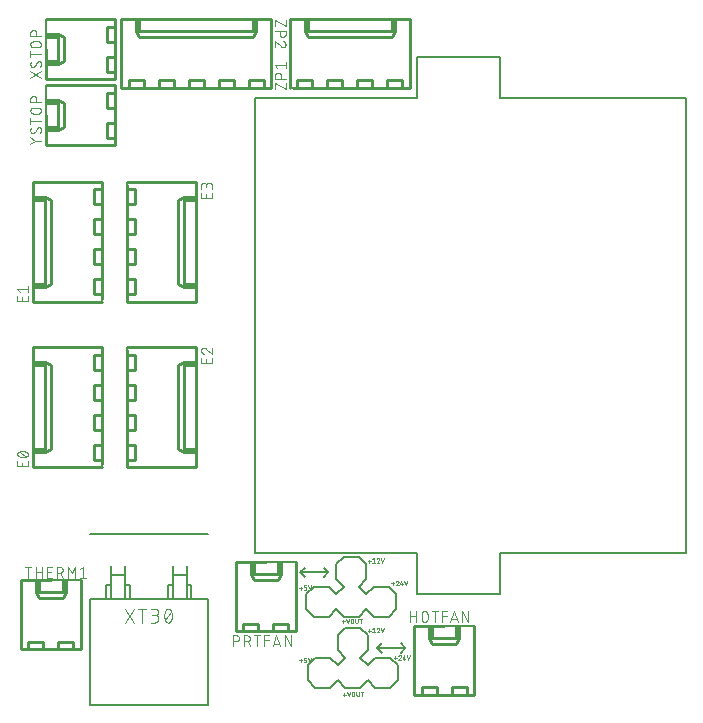
<source format=gbr>
G04 EAGLE Gerber RS-274X export*
G75*
%MOMM*%
%FSLAX34Y34*%
%LPD*%
%INSilkscreen Top*%
%IPPOS*%
%AMOC8*
5,1,8,0,0,1.08239X$1,22.5*%
G01*
%ADD10C,0.152400*%
%ADD11C,0.025400*%
%ADD12C,0.127000*%
%ADD13C,0.254000*%
%ADD14C,0.101600*%
%ADD15C,0.203200*%


D10*
X842000Y214000D02*
X846000Y210000D01*
X842000Y206000D01*
X846000Y210000D02*
X822000Y210000D01*
X826000Y214000D01*
X822000Y210000D02*
X826000Y206000D01*
X907000Y150000D02*
X911000Y146000D01*
X907000Y142000D01*
X911000Y146000D02*
X887000Y146000D01*
X891000Y150000D01*
X887000Y146000D02*
X891000Y142000D01*
D11*
X823667Y196609D02*
X821127Y196609D01*
X822397Y195339D02*
X822397Y197879D01*
X825240Y195127D02*
X826510Y195127D01*
X826565Y195129D01*
X826621Y195134D01*
X826675Y195143D01*
X826729Y195156D01*
X826782Y195172D01*
X826834Y195191D01*
X826885Y195214D01*
X826934Y195240D01*
X826981Y195270D01*
X827026Y195302D01*
X827068Y195337D01*
X827109Y195375D01*
X827147Y195416D01*
X827182Y195458D01*
X827214Y195503D01*
X827244Y195551D01*
X827270Y195599D01*
X827293Y195650D01*
X827312Y195702D01*
X827328Y195755D01*
X827341Y195809D01*
X827350Y195863D01*
X827355Y195919D01*
X827357Y195974D01*
X827357Y196397D01*
X827355Y196452D01*
X827350Y196508D01*
X827341Y196562D01*
X827328Y196616D01*
X827312Y196669D01*
X827293Y196721D01*
X827270Y196772D01*
X827244Y196821D01*
X827214Y196868D01*
X827182Y196913D01*
X827147Y196955D01*
X827109Y196996D01*
X827068Y197034D01*
X827026Y197069D01*
X826981Y197101D01*
X826934Y197131D01*
X826885Y197157D01*
X826834Y197180D01*
X826782Y197199D01*
X826729Y197215D01*
X826675Y197228D01*
X826621Y197237D01*
X826565Y197242D01*
X826510Y197244D01*
X825240Y197244D01*
X825240Y198937D01*
X827357Y198937D01*
X828686Y198937D02*
X829956Y195127D01*
X831226Y198937D01*
X823667Y135609D02*
X821127Y135609D01*
X822397Y134339D02*
X822397Y136879D01*
X825240Y134127D02*
X826510Y134127D01*
X826565Y134129D01*
X826621Y134134D01*
X826675Y134143D01*
X826729Y134156D01*
X826782Y134172D01*
X826834Y134191D01*
X826885Y134214D01*
X826934Y134240D01*
X826981Y134270D01*
X827026Y134302D01*
X827068Y134337D01*
X827109Y134375D01*
X827147Y134416D01*
X827182Y134458D01*
X827214Y134503D01*
X827244Y134551D01*
X827270Y134599D01*
X827293Y134650D01*
X827312Y134702D01*
X827328Y134755D01*
X827341Y134809D01*
X827350Y134863D01*
X827355Y134919D01*
X827357Y134974D01*
X827357Y135397D01*
X827355Y135452D01*
X827350Y135508D01*
X827341Y135562D01*
X827328Y135616D01*
X827312Y135669D01*
X827293Y135721D01*
X827270Y135772D01*
X827244Y135821D01*
X827214Y135868D01*
X827182Y135913D01*
X827147Y135955D01*
X827109Y135996D01*
X827068Y136034D01*
X827026Y136069D01*
X826981Y136101D01*
X826934Y136131D01*
X826885Y136157D01*
X826834Y136180D01*
X826782Y136199D01*
X826729Y136215D01*
X826675Y136228D01*
X826621Y136237D01*
X826565Y136242D01*
X826510Y136244D01*
X825240Y136244D01*
X825240Y137937D01*
X827357Y137937D01*
X828686Y137937D02*
X829956Y134127D01*
X831226Y137937D01*
X879127Y160609D02*
X881667Y160609D01*
X880397Y159339D02*
X880397Y161879D01*
X883240Y162090D02*
X884298Y162937D01*
X884298Y159127D01*
X883240Y159127D02*
X885357Y159127D01*
X889015Y161985D02*
X889013Y162045D01*
X889007Y162104D01*
X888998Y162164D01*
X888985Y162222D01*
X888968Y162279D01*
X888948Y162336D01*
X888924Y162391D01*
X888897Y162444D01*
X888867Y162496D01*
X888833Y162545D01*
X888796Y162592D01*
X888757Y162637D01*
X888714Y162680D01*
X888669Y162719D01*
X888622Y162756D01*
X888573Y162790D01*
X888521Y162820D01*
X888468Y162847D01*
X888413Y162871D01*
X888356Y162891D01*
X888299Y162908D01*
X888241Y162921D01*
X888181Y162930D01*
X888122Y162936D01*
X888062Y162938D01*
X888062Y162937D02*
X887995Y162935D01*
X887928Y162930D01*
X887862Y162921D01*
X887796Y162908D01*
X887732Y162892D01*
X887668Y162872D01*
X887605Y162848D01*
X887543Y162822D01*
X887484Y162792D01*
X887426Y162759D01*
X887369Y162722D01*
X887315Y162683D01*
X887263Y162641D01*
X887214Y162596D01*
X887167Y162548D01*
X887123Y162498D01*
X887081Y162445D01*
X887043Y162390D01*
X887007Y162334D01*
X886975Y162275D01*
X886946Y162215D01*
X886920Y162153D01*
X886898Y162090D01*
X888697Y161244D02*
X888738Y161286D01*
X888777Y161331D01*
X888814Y161377D01*
X888848Y161426D01*
X888879Y161476D01*
X888906Y161528D01*
X888931Y161582D01*
X888953Y161637D01*
X888972Y161693D01*
X888987Y161750D01*
X888999Y161808D01*
X889007Y161867D01*
X889012Y161926D01*
X889014Y161985D01*
X888697Y161244D02*
X886898Y159127D01*
X889014Y159127D01*
X891614Y159127D02*
X890344Y162937D01*
X892884Y162937D02*
X891614Y159127D01*
X881667Y219609D02*
X879127Y219609D01*
X880397Y218339D02*
X880397Y220879D01*
X883240Y221090D02*
X884298Y221937D01*
X884298Y218127D01*
X883240Y218127D02*
X885357Y218127D01*
X889015Y220985D02*
X889013Y221045D01*
X889007Y221104D01*
X888998Y221164D01*
X888985Y221222D01*
X888968Y221279D01*
X888948Y221336D01*
X888924Y221391D01*
X888897Y221444D01*
X888867Y221496D01*
X888833Y221545D01*
X888796Y221592D01*
X888757Y221637D01*
X888714Y221680D01*
X888669Y221719D01*
X888622Y221756D01*
X888573Y221790D01*
X888521Y221820D01*
X888468Y221847D01*
X888413Y221871D01*
X888356Y221891D01*
X888299Y221908D01*
X888241Y221921D01*
X888181Y221930D01*
X888122Y221936D01*
X888062Y221938D01*
X888062Y221937D02*
X887995Y221935D01*
X887928Y221930D01*
X887862Y221921D01*
X887796Y221908D01*
X887732Y221892D01*
X887668Y221872D01*
X887605Y221848D01*
X887543Y221822D01*
X887484Y221792D01*
X887426Y221759D01*
X887369Y221722D01*
X887315Y221683D01*
X887263Y221641D01*
X887214Y221596D01*
X887167Y221548D01*
X887123Y221498D01*
X887081Y221445D01*
X887043Y221390D01*
X887007Y221334D01*
X886975Y221275D01*
X886946Y221215D01*
X886920Y221153D01*
X886898Y221090D01*
X888697Y220244D02*
X888738Y220286D01*
X888777Y220331D01*
X888814Y220377D01*
X888848Y220426D01*
X888879Y220476D01*
X888906Y220528D01*
X888931Y220582D01*
X888953Y220637D01*
X888972Y220693D01*
X888987Y220750D01*
X888999Y220808D01*
X889007Y220867D01*
X889012Y220926D01*
X889014Y220985D01*
X888697Y220244D02*
X886898Y218127D01*
X889014Y218127D01*
X891614Y218127D02*
X890344Y221937D01*
X892884Y221937D02*
X891614Y218127D01*
X899127Y200609D02*
X901667Y200609D01*
X900397Y199339D02*
X900397Y201879D01*
X904404Y202938D02*
X904464Y202936D01*
X904523Y202930D01*
X904583Y202921D01*
X904641Y202908D01*
X904698Y202891D01*
X904755Y202871D01*
X904810Y202847D01*
X904863Y202820D01*
X904915Y202790D01*
X904964Y202756D01*
X905011Y202719D01*
X905056Y202680D01*
X905099Y202637D01*
X905138Y202592D01*
X905175Y202545D01*
X905209Y202496D01*
X905239Y202444D01*
X905266Y202391D01*
X905290Y202336D01*
X905310Y202279D01*
X905327Y202222D01*
X905340Y202164D01*
X905349Y202104D01*
X905355Y202045D01*
X905357Y201985D01*
X904404Y202937D02*
X904337Y202935D01*
X904270Y202930D01*
X904204Y202921D01*
X904138Y202908D01*
X904074Y202892D01*
X904010Y202872D01*
X903947Y202848D01*
X903885Y202822D01*
X903826Y202792D01*
X903768Y202759D01*
X903711Y202722D01*
X903657Y202683D01*
X903605Y202641D01*
X903556Y202596D01*
X903509Y202548D01*
X903465Y202498D01*
X903423Y202445D01*
X903385Y202390D01*
X903349Y202334D01*
X903317Y202275D01*
X903288Y202215D01*
X903262Y202153D01*
X903240Y202090D01*
X905040Y201244D02*
X905081Y201286D01*
X905120Y201331D01*
X905157Y201377D01*
X905191Y201426D01*
X905222Y201476D01*
X905249Y201528D01*
X905274Y201582D01*
X905296Y201637D01*
X905315Y201693D01*
X905330Y201750D01*
X905342Y201808D01*
X905350Y201867D01*
X905355Y201926D01*
X905357Y201985D01*
X905039Y201244D02*
X903240Y199127D01*
X905357Y199127D01*
X906898Y199974D02*
X907744Y202937D01*
X906898Y199974D02*
X909014Y199974D01*
X908379Y200820D02*
X908379Y199127D01*
X911614Y199127D02*
X910344Y202937D01*
X912884Y202937D02*
X911614Y199127D01*
X903667Y137609D02*
X901127Y137609D01*
X902397Y136339D02*
X902397Y138879D01*
X906404Y139938D02*
X906464Y139936D01*
X906523Y139930D01*
X906583Y139921D01*
X906641Y139908D01*
X906698Y139891D01*
X906755Y139871D01*
X906810Y139847D01*
X906863Y139820D01*
X906915Y139790D01*
X906964Y139756D01*
X907011Y139719D01*
X907056Y139680D01*
X907099Y139637D01*
X907138Y139592D01*
X907175Y139545D01*
X907209Y139496D01*
X907239Y139444D01*
X907266Y139391D01*
X907290Y139336D01*
X907310Y139279D01*
X907327Y139222D01*
X907340Y139164D01*
X907349Y139104D01*
X907355Y139045D01*
X907357Y138985D01*
X906404Y139937D02*
X906337Y139935D01*
X906270Y139930D01*
X906204Y139921D01*
X906138Y139908D01*
X906074Y139892D01*
X906010Y139872D01*
X905947Y139848D01*
X905885Y139822D01*
X905826Y139792D01*
X905768Y139759D01*
X905711Y139722D01*
X905657Y139683D01*
X905605Y139641D01*
X905556Y139596D01*
X905509Y139548D01*
X905465Y139498D01*
X905423Y139445D01*
X905385Y139390D01*
X905349Y139334D01*
X905317Y139275D01*
X905288Y139215D01*
X905262Y139153D01*
X905240Y139090D01*
X907040Y138244D02*
X907081Y138286D01*
X907120Y138331D01*
X907157Y138377D01*
X907191Y138426D01*
X907222Y138476D01*
X907249Y138528D01*
X907274Y138582D01*
X907296Y138637D01*
X907315Y138693D01*
X907330Y138750D01*
X907342Y138808D01*
X907350Y138867D01*
X907355Y138926D01*
X907357Y138985D01*
X907039Y138244D02*
X905240Y136127D01*
X907357Y136127D01*
X908898Y136974D02*
X909744Y139937D01*
X908898Y136974D02*
X911014Y136974D01*
X910379Y137820D02*
X910379Y136127D01*
X913614Y136127D02*
X912344Y139937D01*
X914884Y139937D02*
X913614Y136127D01*
X859667Y168609D02*
X857127Y168609D01*
X858397Y167339D02*
X858397Y169879D01*
X861028Y170937D02*
X862298Y167127D01*
X863568Y170937D01*
X864898Y169879D02*
X864898Y168185D01*
X864898Y169879D02*
X864900Y169943D01*
X864906Y170007D01*
X864915Y170070D01*
X864929Y170132D01*
X864946Y170194D01*
X864967Y170254D01*
X864991Y170313D01*
X865019Y170371D01*
X865051Y170426D01*
X865085Y170480D01*
X865123Y170531D01*
X865164Y170581D01*
X865208Y170627D01*
X865254Y170671D01*
X865304Y170712D01*
X865355Y170750D01*
X865409Y170784D01*
X865464Y170816D01*
X865522Y170844D01*
X865581Y170868D01*
X865641Y170889D01*
X865703Y170906D01*
X865765Y170920D01*
X865828Y170929D01*
X865892Y170935D01*
X865956Y170937D01*
X866020Y170935D01*
X866084Y170929D01*
X866147Y170920D01*
X866209Y170906D01*
X866271Y170889D01*
X866331Y170868D01*
X866390Y170844D01*
X866448Y170816D01*
X866503Y170784D01*
X866557Y170750D01*
X866608Y170712D01*
X866658Y170671D01*
X866704Y170627D01*
X866748Y170581D01*
X866789Y170531D01*
X866827Y170480D01*
X866861Y170426D01*
X866893Y170371D01*
X866921Y170313D01*
X866945Y170254D01*
X866966Y170194D01*
X866983Y170132D01*
X866997Y170070D01*
X867006Y170007D01*
X867012Y169943D01*
X867014Y169879D01*
X867014Y168185D01*
X867012Y168121D01*
X867006Y168057D01*
X866997Y167994D01*
X866983Y167932D01*
X866966Y167870D01*
X866945Y167810D01*
X866921Y167751D01*
X866893Y167693D01*
X866861Y167638D01*
X866827Y167584D01*
X866789Y167533D01*
X866748Y167483D01*
X866704Y167437D01*
X866658Y167393D01*
X866608Y167352D01*
X866557Y167314D01*
X866503Y167280D01*
X866448Y167248D01*
X866390Y167220D01*
X866331Y167196D01*
X866271Y167175D01*
X866209Y167158D01*
X866147Y167144D01*
X866084Y167135D01*
X866020Y167129D01*
X865956Y167127D01*
X865892Y167129D01*
X865828Y167135D01*
X865765Y167144D01*
X865703Y167158D01*
X865641Y167175D01*
X865581Y167196D01*
X865522Y167220D01*
X865464Y167248D01*
X865409Y167280D01*
X865355Y167314D01*
X865304Y167352D01*
X865254Y167393D01*
X865208Y167437D01*
X865164Y167483D01*
X865123Y167533D01*
X865085Y167584D01*
X865051Y167638D01*
X865019Y167693D01*
X864991Y167751D01*
X864967Y167810D01*
X864946Y167870D01*
X864929Y167932D01*
X864915Y167994D01*
X864906Y168057D01*
X864900Y168121D01*
X864898Y168185D01*
X868677Y168185D02*
X868677Y170937D01*
X868677Y168185D02*
X868679Y168121D01*
X868685Y168057D01*
X868694Y167994D01*
X868708Y167932D01*
X868725Y167870D01*
X868746Y167810D01*
X868770Y167751D01*
X868798Y167693D01*
X868830Y167638D01*
X868864Y167584D01*
X868902Y167533D01*
X868943Y167483D01*
X868987Y167437D01*
X869033Y167393D01*
X869083Y167352D01*
X869134Y167314D01*
X869188Y167280D01*
X869243Y167248D01*
X869301Y167220D01*
X869360Y167196D01*
X869420Y167175D01*
X869482Y167158D01*
X869544Y167144D01*
X869607Y167135D01*
X869671Y167129D01*
X869735Y167127D01*
X869799Y167129D01*
X869863Y167135D01*
X869926Y167144D01*
X869988Y167158D01*
X870050Y167175D01*
X870110Y167196D01*
X870169Y167220D01*
X870227Y167248D01*
X870282Y167280D01*
X870336Y167314D01*
X870387Y167352D01*
X870437Y167393D01*
X870483Y167437D01*
X870527Y167483D01*
X870568Y167533D01*
X870606Y167584D01*
X870640Y167638D01*
X870672Y167693D01*
X870700Y167751D01*
X870724Y167810D01*
X870745Y167870D01*
X870762Y167932D01*
X870776Y167994D01*
X870785Y168057D01*
X870791Y168121D01*
X870793Y168185D01*
X870794Y168185D02*
X870794Y170937D01*
X873271Y170937D02*
X873271Y167127D01*
X872213Y170937D02*
X874329Y170937D01*
X860667Y106609D02*
X858127Y106609D01*
X859397Y105339D02*
X859397Y107879D01*
X862028Y108937D02*
X863298Y105127D01*
X864568Y108937D01*
X865898Y107879D02*
X865898Y106185D01*
X865898Y107879D02*
X865900Y107943D01*
X865906Y108007D01*
X865915Y108070D01*
X865929Y108132D01*
X865946Y108194D01*
X865967Y108254D01*
X865991Y108313D01*
X866019Y108371D01*
X866051Y108426D01*
X866085Y108480D01*
X866123Y108531D01*
X866164Y108581D01*
X866208Y108627D01*
X866254Y108671D01*
X866304Y108712D01*
X866355Y108750D01*
X866409Y108784D01*
X866464Y108816D01*
X866522Y108844D01*
X866581Y108868D01*
X866641Y108889D01*
X866703Y108906D01*
X866765Y108920D01*
X866828Y108929D01*
X866892Y108935D01*
X866956Y108937D01*
X867020Y108935D01*
X867084Y108929D01*
X867147Y108920D01*
X867209Y108906D01*
X867271Y108889D01*
X867331Y108868D01*
X867390Y108844D01*
X867448Y108816D01*
X867503Y108784D01*
X867557Y108750D01*
X867608Y108712D01*
X867658Y108671D01*
X867704Y108627D01*
X867748Y108581D01*
X867789Y108531D01*
X867827Y108480D01*
X867861Y108426D01*
X867893Y108371D01*
X867921Y108313D01*
X867945Y108254D01*
X867966Y108194D01*
X867983Y108132D01*
X867997Y108070D01*
X868006Y108007D01*
X868012Y107943D01*
X868014Y107879D01*
X868014Y106185D01*
X868012Y106121D01*
X868006Y106057D01*
X867997Y105994D01*
X867983Y105932D01*
X867966Y105870D01*
X867945Y105810D01*
X867921Y105751D01*
X867893Y105693D01*
X867861Y105638D01*
X867827Y105584D01*
X867789Y105533D01*
X867748Y105483D01*
X867704Y105437D01*
X867658Y105393D01*
X867608Y105352D01*
X867557Y105314D01*
X867503Y105280D01*
X867448Y105248D01*
X867390Y105220D01*
X867331Y105196D01*
X867271Y105175D01*
X867209Y105158D01*
X867147Y105144D01*
X867084Y105135D01*
X867020Y105129D01*
X866956Y105127D01*
X866892Y105129D01*
X866828Y105135D01*
X866765Y105144D01*
X866703Y105158D01*
X866641Y105175D01*
X866581Y105196D01*
X866522Y105220D01*
X866464Y105248D01*
X866409Y105280D01*
X866355Y105314D01*
X866304Y105352D01*
X866254Y105393D01*
X866208Y105437D01*
X866164Y105483D01*
X866123Y105533D01*
X866085Y105584D01*
X866051Y105638D01*
X866019Y105693D01*
X865991Y105751D01*
X865967Y105810D01*
X865946Y105870D01*
X865929Y105932D01*
X865915Y105994D01*
X865906Y106057D01*
X865900Y106121D01*
X865898Y106185D01*
X869677Y106185D02*
X869677Y108937D01*
X869677Y106185D02*
X869679Y106121D01*
X869685Y106057D01*
X869694Y105994D01*
X869708Y105932D01*
X869725Y105870D01*
X869746Y105810D01*
X869770Y105751D01*
X869798Y105693D01*
X869830Y105638D01*
X869864Y105584D01*
X869902Y105533D01*
X869943Y105483D01*
X869987Y105437D01*
X870033Y105393D01*
X870083Y105352D01*
X870134Y105314D01*
X870188Y105280D01*
X870243Y105248D01*
X870301Y105220D01*
X870360Y105196D01*
X870420Y105175D01*
X870482Y105158D01*
X870544Y105144D01*
X870607Y105135D01*
X870671Y105129D01*
X870735Y105127D01*
X870799Y105129D01*
X870863Y105135D01*
X870926Y105144D01*
X870988Y105158D01*
X871050Y105175D01*
X871110Y105196D01*
X871169Y105220D01*
X871227Y105248D01*
X871282Y105280D01*
X871336Y105314D01*
X871387Y105352D01*
X871437Y105393D01*
X871483Y105437D01*
X871527Y105483D01*
X871568Y105533D01*
X871606Y105584D01*
X871640Y105638D01*
X871672Y105693D01*
X871700Y105751D01*
X871724Y105810D01*
X871745Y105870D01*
X871762Y105932D01*
X871776Y105994D01*
X871785Y106057D01*
X871791Y106121D01*
X871793Y106185D01*
X871794Y106185D02*
X871794Y108937D01*
X874271Y108937D02*
X874271Y105127D01*
X873213Y108937D02*
X875329Y108937D01*
D12*
X599600Y311900D02*
X595790Y311900D01*
D13*
X595790Y299200D01*
D12*
X595790Y311900D02*
X595790Y314440D01*
D13*
X595790Y311900D02*
X595790Y400800D01*
X595790Y299200D02*
X654210Y299200D01*
D12*
X654210Y323330D01*
D13*
X654210Y400800D02*
X595790Y400800D01*
X654210Y394450D02*
X654210Y323330D01*
X654210Y305550D02*
X654210Y301740D01*
X654210Y305550D02*
X647860Y305550D01*
X647860Y318250D01*
X654210Y318250D01*
X654210Y330950D02*
X647860Y330950D01*
X647860Y343650D01*
X654210Y343650D01*
X654210Y305550D01*
X654210Y318250D02*
X654210Y330950D01*
X654210Y343650D02*
X654210Y356350D01*
X647860Y356350D01*
X647860Y369050D01*
X654210Y369050D01*
X654210Y381750D01*
X647860Y381750D01*
X647860Y394450D01*
X654210Y394450D01*
X654210Y400800D01*
X605950Y311900D02*
X595790Y311900D01*
X605950Y311900D02*
X605950Y314440D01*
X605950Y385560D01*
X605950Y388100D01*
X595790Y388100D01*
X611030Y314440D02*
X605950Y311900D01*
X605950Y314440D02*
X595790Y314440D01*
X611030Y314440D02*
X611030Y385560D01*
X605950Y388100D01*
X605950Y385560D02*
X595790Y385560D01*
D14*
X591741Y304041D02*
X591741Y299977D01*
X582597Y299977D01*
X582597Y304041D01*
X586661Y303025D02*
X586661Y299977D01*
X587169Y307577D02*
X586989Y307579D01*
X586809Y307586D01*
X586630Y307596D01*
X586451Y307611D01*
X586272Y307631D01*
X586093Y307654D01*
X585916Y307682D01*
X585739Y307714D01*
X585562Y307750D01*
X585387Y307791D01*
X585213Y307835D01*
X585040Y307884D01*
X584868Y307937D01*
X584697Y307994D01*
X584528Y308055D01*
X584360Y308120D01*
X584194Y308189D01*
X584030Y308262D01*
X583867Y308339D01*
X583789Y308367D01*
X583712Y308400D01*
X583637Y308435D01*
X583563Y308474D01*
X583491Y308516D01*
X583422Y308561D01*
X583354Y308610D01*
X583288Y308661D01*
X583225Y308715D01*
X583164Y308772D01*
X583105Y308831D01*
X583050Y308893D01*
X582997Y308958D01*
X582947Y309024D01*
X582900Y309093D01*
X582856Y309164D01*
X582816Y309237D01*
X582779Y309311D01*
X582744Y309387D01*
X582714Y309465D01*
X582687Y309543D01*
X582663Y309623D01*
X582643Y309704D01*
X582626Y309786D01*
X582614Y309868D01*
X582604Y309951D01*
X582599Y310034D01*
X582597Y310117D01*
X582599Y310200D01*
X582604Y310283D01*
X582614Y310366D01*
X582626Y310448D01*
X582643Y310530D01*
X582663Y310611D01*
X582687Y310691D01*
X582714Y310769D01*
X582744Y310847D01*
X582779Y310923D01*
X582816Y310997D01*
X582856Y311070D01*
X582900Y311141D01*
X582947Y311210D01*
X582997Y311276D01*
X583050Y311341D01*
X583105Y311403D01*
X583164Y311462D01*
X583225Y311519D01*
X583288Y311573D01*
X583354Y311624D01*
X583422Y311673D01*
X583491Y311718D01*
X583563Y311760D01*
X583637Y311799D01*
X583712Y311834D01*
X583789Y311867D01*
X583867Y311895D01*
X583867Y311894D02*
X584030Y311971D01*
X584194Y312044D01*
X584360Y312113D01*
X584528Y312178D01*
X584697Y312239D01*
X584868Y312296D01*
X585040Y312349D01*
X585213Y312398D01*
X585387Y312442D01*
X585562Y312483D01*
X585739Y312519D01*
X585916Y312551D01*
X586093Y312579D01*
X586272Y312602D01*
X586451Y312622D01*
X586630Y312637D01*
X586809Y312647D01*
X586989Y312654D01*
X587169Y312656D01*
X587169Y307577D02*
X587349Y307579D01*
X587529Y307586D01*
X587708Y307596D01*
X587887Y307611D01*
X588066Y307631D01*
X588245Y307654D01*
X588422Y307682D01*
X588599Y307714D01*
X588776Y307750D01*
X588951Y307791D01*
X589125Y307835D01*
X589298Y307884D01*
X589470Y307937D01*
X589641Y307994D01*
X589810Y308055D01*
X589978Y308120D01*
X590144Y308189D01*
X590308Y308262D01*
X590471Y308339D01*
X590549Y308367D01*
X590626Y308400D01*
X590701Y308435D01*
X590775Y308474D01*
X590847Y308516D01*
X590916Y308561D01*
X590984Y308610D01*
X591050Y308661D01*
X591113Y308715D01*
X591174Y308772D01*
X591233Y308831D01*
X591288Y308893D01*
X591341Y308958D01*
X591391Y309024D01*
X591438Y309093D01*
X591482Y309164D01*
X591522Y309237D01*
X591559Y309311D01*
X591594Y309387D01*
X591624Y309465D01*
X591651Y309543D01*
X591675Y309623D01*
X591695Y309704D01*
X591712Y309786D01*
X591724Y309868D01*
X591734Y309951D01*
X591739Y310034D01*
X591741Y310117D01*
X590471Y311894D02*
X590308Y311971D01*
X590144Y312044D01*
X589978Y312113D01*
X589810Y312178D01*
X589641Y312239D01*
X589470Y312296D01*
X589298Y312349D01*
X589125Y312398D01*
X588951Y312442D01*
X588776Y312483D01*
X588599Y312519D01*
X588422Y312551D01*
X588245Y312579D01*
X588066Y312602D01*
X587887Y312622D01*
X587708Y312637D01*
X587529Y312647D01*
X587349Y312654D01*
X587169Y312656D01*
X590471Y311895D02*
X590549Y311867D01*
X590626Y311834D01*
X590701Y311799D01*
X590775Y311760D01*
X590847Y311718D01*
X590916Y311673D01*
X590984Y311624D01*
X591050Y311573D01*
X591113Y311519D01*
X591174Y311462D01*
X591233Y311403D01*
X591288Y311341D01*
X591341Y311276D01*
X591391Y311210D01*
X591438Y311141D01*
X591482Y311070D01*
X591522Y310997D01*
X591559Y310923D01*
X591594Y310847D01*
X591624Y310769D01*
X591651Y310691D01*
X591675Y310611D01*
X591695Y310530D01*
X591712Y310448D01*
X591724Y310366D01*
X591734Y310283D01*
X591739Y310200D01*
X591741Y310117D01*
X589709Y308085D02*
X584629Y312149D01*
D12*
X595790Y451900D02*
X599600Y451900D01*
D13*
X595790Y451900D02*
X595790Y439200D01*
D12*
X595790Y451900D02*
X595790Y454440D01*
D13*
X595790Y451900D02*
X595790Y540800D01*
X595790Y439200D02*
X654210Y439200D01*
D12*
X654210Y463330D01*
D13*
X654210Y540800D02*
X595790Y540800D01*
X654210Y534450D02*
X654210Y463330D01*
X654210Y445550D02*
X654210Y441740D01*
X654210Y445550D02*
X647860Y445550D01*
X647860Y458250D01*
X654210Y458250D01*
X654210Y470950D02*
X647860Y470950D01*
X647860Y483650D01*
X654210Y483650D01*
X654210Y445550D01*
X654210Y458250D02*
X654210Y470950D01*
X654210Y483650D02*
X654210Y496350D01*
X647860Y496350D01*
X647860Y509050D01*
X654210Y509050D01*
X654210Y521750D01*
X647860Y521750D01*
X647860Y534450D01*
X654210Y534450D01*
X654210Y540800D01*
X605950Y451900D02*
X595790Y451900D01*
X605950Y451900D02*
X605950Y454440D01*
X605950Y525560D01*
X605950Y528100D01*
X595790Y528100D01*
X611030Y454440D02*
X605950Y451900D01*
X605950Y454440D02*
X595790Y454440D01*
X611030Y454440D02*
X611030Y525560D01*
X605950Y528100D01*
X605950Y525560D02*
X595790Y525560D01*
D14*
X591741Y444041D02*
X591741Y439977D01*
X582597Y439977D01*
X582597Y444041D01*
X586661Y443025D02*
X586661Y439977D01*
X584629Y447577D02*
X582597Y450117D01*
X591741Y450117D01*
X591741Y447577D02*
X591741Y452657D01*
D12*
X730400Y388100D02*
X734210Y388100D01*
D13*
X734210Y400800D01*
D12*
X734210Y388100D02*
X734210Y385560D01*
D13*
X734210Y388100D02*
X734210Y299200D01*
X734210Y400800D02*
X675790Y400800D01*
D12*
X675790Y376670D01*
D13*
X675790Y299200D02*
X734210Y299200D01*
X675790Y305550D02*
X675790Y376670D01*
X675790Y394450D02*
X675790Y398260D01*
X675790Y394450D02*
X682140Y394450D01*
X682140Y381750D01*
X675790Y381750D01*
X675790Y369050D02*
X682140Y369050D01*
X682140Y356350D01*
X675790Y356350D01*
X675790Y394450D01*
X675790Y381750D02*
X675790Y369050D01*
X675790Y356350D02*
X675790Y343650D01*
X682140Y343650D01*
X682140Y330950D01*
X675790Y330950D01*
X675790Y318250D01*
X682140Y318250D01*
X682140Y305550D01*
X675790Y305550D01*
X675790Y299200D01*
X724050Y388100D02*
X734210Y388100D01*
X724050Y388100D02*
X724050Y385560D01*
X724050Y314440D01*
X724050Y311900D01*
X734210Y311900D01*
X718970Y385560D02*
X724050Y388100D01*
X724050Y385560D02*
X734210Y385560D01*
X718970Y385560D02*
X718970Y314440D01*
X724050Y311900D01*
X724050Y314440D02*
X734210Y314440D01*
D14*
X747403Y387343D02*
X747403Y391407D01*
X747403Y387343D02*
X738259Y387343D01*
X738259Y391407D01*
X742323Y390391D02*
X742323Y387343D01*
X738259Y397737D02*
X738261Y397831D01*
X738267Y397926D01*
X738277Y398020D01*
X738290Y398113D01*
X738308Y398206D01*
X738329Y398298D01*
X738354Y398389D01*
X738383Y398479D01*
X738415Y398568D01*
X738452Y398655D01*
X738491Y398741D01*
X738535Y398825D01*
X738581Y398907D01*
X738631Y398987D01*
X738685Y399065D01*
X738741Y399141D01*
X738801Y399214D01*
X738863Y399285D01*
X738929Y399353D01*
X738997Y399419D01*
X739068Y399481D01*
X739141Y399541D01*
X739217Y399597D01*
X739295Y399651D01*
X739375Y399701D01*
X739457Y399747D01*
X739541Y399791D01*
X739627Y399830D01*
X739714Y399867D01*
X739803Y399899D01*
X739893Y399928D01*
X739984Y399953D01*
X740076Y399974D01*
X740169Y399992D01*
X740262Y400005D01*
X740356Y400015D01*
X740451Y400021D01*
X740545Y400023D01*
X738259Y397737D02*
X738261Y397631D01*
X738267Y397526D01*
X738276Y397421D01*
X738289Y397316D01*
X738306Y397212D01*
X738327Y397109D01*
X738351Y397006D01*
X738380Y396904D01*
X738411Y396804D01*
X738447Y396704D01*
X738485Y396606D01*
X738528Y396510D01*
X738574Y396414D01*
X738623Y396321D01*
X738675Y396230D01*
X738731Y396140D01*
X738790Y396052D01*
X738852Y395967D01*
X738917Y395884D01*
X738985Y395803D01*
X739056Y395725D01*
X739130Y395650D01*
X739206Y395577D01*
X739285Y395507D01*
X739366Y395440D01*
X739450Y395375D01*
X739536Y395314D01*
X739624Y395256D01*
X739714Y395201D01*
X739806Y395150D01*
X739900Y395101D01*
X739996Y395056D01*
X740093Y395015D01*
X740191Y394977D01*
X740291Y394943D01*
X742323Y399261D02*
X742256Y399328D01*
X742187Y399393D01*
X742115Y399455D01*
X742042Y399514D01*
X741965Y399570D01*
X741887Y399624D01*
X741807Y399674D01*
X741725Y399721D01*
X741641Y399765D01*
X741555Y399805D01*
X741468Y399843D01*
X741380Y399877D01*
X741290Y399907D01*
X741200Y399934D01*
X741108Y399958D01*
X741015Y399978D01*
X740922Y399994D01*
X740828Y400007D01*
X740734Y400016D01*
X740640Y400021D01*
X740545Y400023D01*
X742323Y399261D02*
X747403Y394943D01*
X747403Y400023D01*
D12*
X734210Y528100D02*
X730400Y528100D01*
D13*
X734210Y528100D02*
X734210Y540800D01*
D12*
X734210Y528100D02*
X734210Y525560D01*
D13*
X734210Y528100D02*
X734210Y439200D01*
X734210Y540800D02*
X675790Y540800D01*
D12*
X675790Y516670D01*
D13*
X675790Y439200D02*
X734210Y439200D01*
X675790Y445550D02*
X675790Y516670D01*
X675790Y534450D02*
X675790Y538260D01*
X675790Y534450D02*
X682140Y534450D01*
X682140Y521750D01*
X675790Y521750D01*
X675790Y509050D02*
X682140Y509050D01*
X682140Y496350D01*
X675790Y496350D01*
X675790Y534450D01*
X675790Y521750D02*
X675790Y509050D01*
X675790Y496350D02*
X675790Y483650D01*
X682140Y483650D01*
X682140Y470950D01*
X675790Y470950D01*
X675790Y458250D01*
X682140Y458250D01*
X682140Y445550D01*
X675790Y445550D01*
X675790Y439200D01*
X724050Y528100D02*
X734210Y528100D01*
X724050Y528100D02*
X724050Y525560D01*
X724050Y454440D01*
X724050Y451900D01*
X734210Y451900D01*
X718970Y525560D02*
X724050Y528100D01*
X724050Y525560D02*
X734210Y525560D01*
X718970Y525560D02*
X718970Y454440D01*
X724050Y451900D01*
X724050Y454440D02*
X734210Y454440D01*
D14*
X747403Y527343D02*
X747403Y531407D01*
X747403Y527343D02*
X738259Y527343D01*
X738259Y531407D01*
X742323Y530391D02*
X742323Y527343D01*
X747403Y534943D02*
X747403Y537483D01*
X747401Y537583D01*
X747395Y537682D01*
X747385Y537782D01*
X747372Y537880D01*
X747354Y537979D01*
X747333Y538076D01*
X747308Y538172D01*
X747279Y538268D01*
X747246Y538362D01*
X747210Y538455D01*
X747170Y538546D01*
X747126Y538636D01*
X747079Y538724D01*
X747029Y538810D01*
X746975Y538894D01*
X746918Y538976D01*
X746858Y539055D01*
X746794Y539133D01*
X746728Y539207D01*
X746659Y539279D01*
X746587Y539348D01*
X746513Y539414D01*
X746435Y539478D01*
X746356Y539538D01*
X746274Y539595D01*
X746190Y539649D01*
X746104Y539699D01*
X746016Y539746D01*
X745926Y539790D01*
X745835Y539830D01*
X745742Y539866D01*
X745648Y539899D01*
X745552Y539928D01*
X745456Y539953D01*
X745359Y539974D01*
X745260Y539992D01*
X745162Y540005D01*
X745062Y540015D01*
X744963Y540021D01*
X744863Y540023D01*
X744763Y540021D01*
X744664Y540015D01*
X744564Y540005D01*
X744466Y539992D01*
X744367Y539974D01*
X744270Y539953D01*
X744174Y539928D01*
X744078Y539899D01*
X743984Y539866D01*
X743891Y539830D01*
X743800Y539790D01*
X743710Y539746D01*
X743622Y539699D01*
X743536Y539649D01*
X743452Y539595D01*
X743370Y539538D01*
X743291Y539478D01*
X743213Y539414D01*
X743139Y539348D01*
X743067Y539279D01*
X742998Y539207D01*
X742932Y539133D01*
X742868Y539055D01*
X742808Y538976D01*
X742751Y538894D01*
X742697Y538810D01*
X742647Y538724D01*
X742600Y538636D01*
X742556Y538546D01*
X742516Y538455D01*
X742480Y538362D01*
X742447Y538268D01*
X742418Y538172D01*
X742393Y538076D01*
X742372Y537979D01*
X742354Y537880D01*
X742341Y537782D01*
X742331Y537682D01*
X742325Y537583D01*
X742323Y537483D01*
X738259Y537991D02*
X738259Y534943D01*
X738259Y537991D02*
X738261Y538080D01*
X738267Y538168D01*
X738276Y538256D01*
X738290Y538344D01*
X738307Y538431D01*
X738328Y538517D01*
X738353Y538602D01*
X738382Y538686D01*
X738414Y538769D01*
X738449Y538850D01*
X738489Y538929D01*
X738531Y539007D01*
X738577Y539083D01*
X738626Y539157D01*
X738679Y539228D01*
X738734Y539297D01*
X738793Y539364D01*
X738854Y539428D01*
X738918Y539489D01*
X738985Y539548D01*
X739054Y539603D01*
X739125Y539656D01*
X739199Y539705D01*
X739275Y539751D01*
X739353Y539793D01*
X739432Y539833D01*
X739513Y539868D01*
X739596Y539900D01*
X739680Y539929D01*
X739765Y539954D01*
X739851Y539975D01*
X739938Y539992D01*
X740026Y540006D01*
X740114Y540015D01*
X740202Y540021D01*
X740291Y540023D01*
X740380Y540021D01*
X740468Y540015D01*
X740556Y540006D01*
X740644Y539992D01*
X740731Y539975D01*
X740817Y539954D01*
X740902Y539929D01*
X740986Y539900D01*
X741069Y539868D01*
X741150Y539833D01*
X741229Y539793D01*
X741307Y539751D01*
X741383Y539705D01*
X741457Y539656D01*
X741528Y539603D01*
X741597Y539548D01*
X741664Y539489D01*
X741728Y539428D01*
X741789Y539364D01*
X741848Y539297D01*
X741903Y539228D01*
X741956Y539157D01*
X742005Y539083D01*
X742051Y539007D01*
X742093Y538929D01*
X742133Y538850D01*
X742168Y538769D01*
X742200Y538686D01*
X742229Y538602D01*
X742254Y538517D01*
X742275Y538431D01*
X742292Y538344D01*
X742306Y538256D01*
X742315Y538168D01*
X742321Y538080D01*
X742323Y537991D01*
X742323Y535959D01*
D12*
X931300Y165010D02*
X931300Y161200D01*
D13*
X931300Y165010D02*
X918600Y165010D01*
D12*
X931300Y165010D02*
X933840Y165010D01*
D13*
X931300Y165010D02*
X944000Y165010D01*
D12*
X969400Y165010D01*
D13*
X918600Y165010D02*
X918600Y106590D01*
X924950Y106590D02*
X944000Y106590D01*
X969400Y106590D02*
X969400Y165010D01*
X963050Y106590D02*
X950350Y106590D01*
D12*
X944000Y106590D01*
X924950Y106590D02*
X921140Y106590D01*
D13*
X918600Y106590D02*
X924950Y106590D01*
X924950Y112940D01*
X937650Y112940D01*
X937650Y106590D01*
X950350Y106590D01*
X950350Y112940D01*
X963050Y112940D01*
X963050Y106590D01*
X969400Y106590D01*
X931300Y154850D02*
X931300Y165010D01*
X931300Y154850D02*
X933840Y154850D01*
X954160Y154850D01*
X956700Y154850D01*
X956700Y165010D01*
X931300Y154850D02*
X933840Y149770D01*
X933840Y154850D02*
X933840Y165010D01*
X933840Y149770D02*
X954160Y149770D01*
X956700Y154850D01*
X954160Y154850D02*
X954160Y165010D01*
D14*
X915377Y168059D02*
X915377Y177203D01*
X915377Y173139D02*
X920457Y173139D01*
X920457Y177203D02*
X920457Y168059D01*
X924826Y170599D02*
X924826Y174663D01*
X924828Y174763D01*
X924834Y174862D01*
X924844Y174962D01*
X924857Y175060D01*
X924875Y175159D01*
X924896Y175256D01*
X924921Y175352D01*
X924950Y175448D01*
X924983Y175542D01*
X925019Y175635D01*
X925059Y175726D01*
X925103Y175816D01*
X925150Y175904D01*
X925200Y175990D01*
X925254Y176074D01*
X925311Y176156D01*
X925371Y176235D01*
X925435Y176313D01*
X925501Y176387D01*
X925570Y176459D01*
X925642Y176528D01*
X925716Y176594D01*
X925794Y176658D01*
X925873Y176718D01*
X925955Y176775D01*
X926039Y176829D01*
X926125Y176879D01*
X926213Y176926D01*
X926303Y176970D01*
X926394Y177010D01*
X926487Y177046D01*
X926581Y177079D01*
X926677Y177108D01*
X926773Y177133D01*
X926870Y177154D01*
X926969Y177172D01*
X927067Y177185D01*
X927167Y177195D01*
X927266Y177201D01*
X927366Y177203D01*
X927466Y177201D01*
X927565Y177195D01*
X927665Y177185D01*
X927763Y177172D01*
X927862Y177154D01*
X927959Y177133D01*
X928055Y177108D01*
X928151Y177079D01*
X928245Y177046D01*
X928338Y177010D01*
X928429Y176970D01*
X928519Y176926D01*
X928607Y176879D01*
X928693Y176829D01*
X928777Y176775D01*
X928859Y176718D01*
X928938Y176658D01*
X929016Y176594D01*
X929090Y176528D01*
X929162Y176459D01*
X929231Y176387D01*
X929297Y176313D01*
X929361Y176235D01*
X929421Y176156D01*
X929478Y176074D01*
X929532Y175990D01*
X929582Y175904D01*
X929629Y175816D01*
X929673Y175726D01*
X929713Y175635D01*
X929749Y175542D01*
X929782Y175448D01*
X929811Y175352D01*
X929836Y175256D01*
X929857Y175159D01*
X929875Y175060D01*
X929888Y174962D01*
X929898Y174862D01*
X929904Y174763D01*
X929906Y174663D01*
X929906Y170599D01*
X929904Y170499D01*
X929898Y170400D01*
X929888Y170300D01*
X929875Y170202D01*
X929857Y170103D01*
X929836Y170006D01*
X929811Y169910D01*
X929782Y169814D01*
X929749Y169720D01*
X929713Y169627D01*
X929673Y169536D01*
X929629Y169446D01*
X929582Y169358D01*
X929532Y169272D01*
X929478Y169188D01*
X929421Y169106D01*
X929361Y169027D01*
X929297Y168949D01*
X929231Y168875D01*
X929162Y168803D01*
X929090Y168734D01*
X929016Y168668D01*
X928938Y168604D01*
X928859Y168544D01*
X928777Y168487D01*
X928693Y168433D01*
X928607Y168383D01*
X928519Y168336D01*
X928429Y168292D01*
X928338Y168252D01*
X928245Y168216D01*
X928151Y168183D01*
X928055Y168154D01*
X927959Y168129D01*
X927862Y168108D01*
X927763Y168090D01*
X927665Y168077D01*
X927565Y168067D01*
X927466Y168061D01*
X927366Y168059D01*
X927266Y168061D01*
X927167Y168067D01*
X927067Y168077D01*
X926969Y168090D01*
X926870Y168108D01*
X926773Y168129D01*
X926677Y168154D01*
X926581Y168183D01*
X926487Y168216D01*
X926394Y168252D01*
X926303Y168292D01*
X926213Y168336D01*
X926125Y168383D01*
X926039Y168433D01*
X925955Y168487D01*
X925873Y168544D01*
X925794Y168604D01*
X925716Y168668D01*
X925642Y168734D01*
X925570Y168803D01*
X925501Y168875D01*
X925435Y168949D01*
X925371Y169027D01*
X925311Y169106D01*
X925254Y169188D01*
X925200Y169272D01*
X925150Y169358D01*
X925103Y169446D01*
X925059Y169536D01*
X925019Y169627D01*
X924983Y169720D01*
X924950Y169814D01*
X924921Y169910D01*
X924896Y170006D01*
X924875Y170103D01*
X924857Y170202D01*
X924844Y170300D01*
X924834Y170400D01*
X924828Y170499D01*
X924826Y170599D01*
X935900Y168059D02*
X935900Y177203D01*
X933360Y177203D02*
X938440Y177203D01*
X942220Y177203D02*
X942220Y168059D01*
X942220Y177203D02*
X946284Y177203D01*
X946284Y173139D02*
X942220Y173139D01*
X949311Y168059D02*
X952359Y177203D01*
X955407Y168059D01*
X954645Y170345D02*
X950073Y170345D01*
X959268Y168059D02*
X959268Y177203D01*
X964348Y168059D01*
X964348Y177203D01*
D12*
X780300Y214600D02*
X780300Y218410D01*
D13*
X767600Y218410D01*
D12*
X780300Y218410D02*
X782840Y218410D01*
D13*
X780300Y218410D02*
X793000Y218410D01*
D12*
X818400Y218410D01*
D13*
X767600Y218410D02*
X767600Y159990D01*
X773950Y159990D02*
X793000Y159990D01*
X818400Y159990D02*
X818400Y218410D01*
X812050Y159990D02*
X799350Y159990D01*
D12*
X793000Y159990D01*
X773950Y159990D02*
X770140Y159990D01*
D13*
X767600Y159990D02*
X773950Y159990D01*
X773950Y166340D01*
X786650Y166340D01*
X786650Y159990D01*
X799350Y159990D01*
X799350Y166340D01*
X812050Y166340D01*
X812050Y159990D01*
X818400Y159990D01*
X780300Y208250D02*
X780300Y218410D01*
X780300Y208250D02*
X782840Y208250D01*
X803160Y208250D01*
X805700Y208250D01*
X805700Y218410D01*
X780300Y208250D02*
X782840Y203170D01*
X782840Y208250D02*
X782840Y218410D01*
X782840Y203170D02*
X803160Y203170D01*
X805700Y208250D01*
X803160Y208250D02*
X803160Y218410D01*
D14*
X765377Y156603D02*
X765377Y147459D01*
X765377Y156603D02*
X767917Y156603D01*
X768017Y156601D01*
X768116Y156595D01*
X768216Y156585D01*
X768314Y156572D01*
X768413Y156554D01*
X768510Y156533D01*
X768606Y156508D01*
X768702Y156479D01*
X768796Y156446D01*
X768889Y156410D01*
X768980Y156370D01*
X769070Y156326D01*
X769158Y156279D01*
X769244Y156229D01*
X769328Y156175D01*
X769410Y156118D01*
X769489Y156058D01*
X769567Y155994D01*
X769641Y155928D01*
X769713Y155859D01*
X769782Y155787D01*
X769848Y155713D01*
X769912Y155635D01*
X769972Y155556D01*
X770029Y155474D01*
X770083Y155390D01*
X770133Y155304D01*
X770180Y155216D01*
X770224Y155126D01*
X770264Y155035D01*
X770300Y154942D01*
X770333Y154848D01*
X770362Y154752D01*
X770387Y154656D01*
X770408Y154559D01*
X770426Y154460D01*
X770439Y154362D01*
X770449Y154262D01*
X770455Y154163D01*
X770457Y154063D01*
X770455Y153963D01*
X770449Y153864D01*
X770439Y153764D01*
X770426Y153666D01*
X770408Y153567D01*
X770387Y153470D01*
X770362Y153374D01*
X770333Y153278D01*
X770300Y153184D01*
X770264Y153091D01*
X770224Y153000D01*
X770180Y152910D01*
X770133Y152822D01*
X770083Y152736D01*
X770029Y152652D01*
X769972Y152570D01*
X769912Y152491D01*
X769848Y152413D01*
X769782Y152339D01*
X769713Y152267D01*
X769641Y152198D01*
X769567Y152132D01*
X769489Y152068D01*
X769410Y152008D01*
X769328Y151951D01*
X769244Y151897D01*
X769158Y151847D01*
X769070Y151800D01*
X768980Y151756D01*
X768889Y151716D01*
X768796Y151680D01*
X768702Y151647D01*
X768606Y151618D01*
X768510Y151593D01*
X768413Y151572D01*
X768314Y151554D01*
X768216Y151541D01*
X768116Y151531D01*
X768017Y151525D01*
X767917Y151523D01*
X765377Y151523D01*
X774435Y147459D02*
X774435Y156603D01*
X776975Y156603D01*
X777075Y156601D01*
X777174Y156595D01*
X777274Y156585D01*
X777372Y156572D01*
X777471Y156554D01*
X777568Y156533D01*
X777664Y156508D01*
X777760Y156479D01*
X777854Y156446D01*
X777947Y156410D01*
X778038Y156370D01*
X778128Y156326D01*
X778216Y156279D01*
X778302Y156229D01*
X778386Y156175D01*
X778468Y156118D01*
X778547Y156058D01*
X778625Y155994D01*
X778699Y155928D01*
X778771Y155859D01*
X778840Y155787D01*
X778906Y155713D01*
X778970Y155635D01*
X779030Y155556D01*
X779087Y155474D01*
X779141Y155390D01*
X779191Y155304D01*
X779238Y155216D01*
X779282Y155126D01*
X779322Y155035D01*
X779358Y154942D01*
X779391Y154848D01*
X779420Y154752D01*
X779445Y154656D01*
X779466Y154559D01*
X779484Y154460D01*
X779497Y154362D01*
X779507Y154262D01*
X779513Y154163D01*
X779515Y154063D01*
X779513Y153963D01*
X779507Y153864D01*
X779497Y153764D01*
X779484Y153666D01*
X779466Y153567D01*
X779445Y153470D01*
X779420Y153374D01*
X779391Y153278D01*
X779358Y153184D01*
X779322Y153091D01*
X779282Y153000D01*
X779238Y152910D01*
X779191Y152822D01*
X779141Y152736D01*
X779087Y152652D01*
X779030Y152570D01*
X778970Y152491D01*
X778906Y152413D01*
X778840Y152339D01*
X778771Y152267D01*
X778699Y152198D01*
X778625Y152132D01*
X778547Y152068D01*
X778468Y152008D01*
X778386Y151951D01*
X778302Y151897D01*
X778216Y151847D01*
X778128Y151800D01*
X778038Y151756D01*
X777947Y151716D01*
X777854Y151680D01*
X777760Y151647D01*
X777664Y151618D01*
X777568Y151593D01*
X777471Y151572D01*
X777372Y151554D01*
X777274Y151541D01*
X777174Y151531D01*
X777075Y151525D01*
X776975Y151523D01*
X774435Y151523D01*
X777483Y151523D02*
X779515Y147459D01*
X785443Y147459D02*
X785443Y156603D01*
X782903Y156603D02*
X787983Y156603D01*
X791762Y156603D02*
X791762Y147459D01*
X791762Y156603D02*
X795826Y156603D01*
X795826Y152539D02*
X791762Y152539D01*
X798854Y147459D02*
X801902Y156603D01*
X804950Y147459D01*
X804188Y149745D02*
X799616Y149745D01*
X808811Y147459D02*
X808811Y156603D01*
X813891Y147459D01*
X813891Y156603D01*
D12*
X598300Y199600D02*
X598300Y203410D01*
D13*
X585600Y203410D01*
D12*
X598300Y203410D02*
X600840Y203410D01*
D13*
X598300Y203410D02*
X611000Y203410D01*
D12*
X636400Y203410D01*
D13*
X585600Y203410D02*
X585600Y144990D01*
X591950Y144990D02*
X611000Y144990D01*
X636400Y144990D02*
X636400Y203410D01*
X630050Y144990D02*
X617350Y144990D01*
D12*
X611000Y144990D01*
X591950Y144990D02*
X588140Y144990D01*
D13*
X585600Y144990D02*
X591950Y144990D01*
X591950Y151340D01*
X604650Y151340D01*
X604650Y144990D01*
X617350Y144990D01*
X617350Y151340D01*
X630050Y151340D01*
X630050Y144990D01*
X636400Y144990D01*
X598300Y193250D02*
X598300Y203410D01*
X598300Y193250D02*
X600840Y193250D01*
X621160Y193250D01*
X623700Y193250D01*
X623700Y203410D01*
X598300Y193250D02*
X600840Y188170D01*
X600840Y193250D02*
X600840Y203410D01*
X600840Y188170D02*
X621160Y188170D01*
X623700Y193250D01*
X621160Y193250D02*
X621160Y203410D01*
D14*
X591917Y205459D02*
X591917Y214603D01*
X589377Y214603D02*
X594457Y214603D01*
X598216Y214603D02*
X598216Y205459D01*
X598216Y210539D02*
X603296Y210539D01*
X603296Y214603D02*
X603296Y205459D01*
X607990Y205459D02*
X612054Y205459D01*
X607990Y205459D02*
X607990Y214603D01*
X612054Y214603D01*
X611038Y210539D02*
X607990Y210539D01*
X615961Y214603D02*
X615961Y205459D01*
X615961Y214603D02*
X618501Y214603D01*
X618601Y214601D01*
X618700Y214595D01*
X618800Y214585D01*
X618898Y214572D01*
X618997Y214554D01*
X619094Y214533D01*
X619190Y214508D01*
X619286Y214479D01*
X619380Y214446D01*
X619473Y214410D01*
X619564Y214370D01*
X619654Y214326D01*
X619742Y214279D01*
X619828Y214229D01*
X619912Y214175D01*
X619994Y214118D01*
X620073Y214058D01*
X620151Y213994D01*
X620225Y213928D01*
X620297Y213859D01*
X620366Y213787D01*
X620432Y213713D01*
X620496Y213635D01*
X620556Y213556D01*
X620613Y213474D01*
X620667Y213390D01*
X620717Y213304D01*
X620764Y213216D01*
X620808Y213126D01*
X620848Y213035D01*
X620884Y212942D01*
X620917Y212848D01*
X620946Y212752D01*
X620971Y212656D01*
X620992Y212559D01*
X621010Y212460D01*
X621023Y212362D01*
X621033Y212262D01*
X621039Y212163D01*
X621041Y212063D01*
X621039Y211963D01*
X621033Y211864D01*
X621023Y211764D01*
X621010Y211666D01*
X620992Y211567D01*
X620971Y211470D01*
X620946Y211374D01*
X620917Y211278D01*
X620884Y211184D01*
X620848Y211091D01*
X620808Y211000D01*
X620764Y210910D01*
X620717Y210822D01*
X620667Y210736D01*
X620613Y210652D01*
X620556Y210570D01*
X620496Y210491D01*
X620432Y210413D01*
X620366Y210339D01*
X620297Y210267D01*
X620225Y210198D01*
X620151Y210132D01*
X620073Y210068D01*
X619994Y210008D01*
X619912Y209951D01*
X619828Y209897D01*
X619742Y209847D01*
X619654Y209800D01*
X619564Y209756D01*
X619473Y209716D01*
X619380Y209680D01*
X619286Y209647D01*
X619190Y209618D01*
X619094Y209593D01*
X618997Y209572D01*
X618898Y209554D01*
X618800Y209541D01*
X618700Y209531D01*
X618601Y209525D01*
X618501Y209523D01*
X615961Y209523D01*
X619009Y209523D02*
X621041Y205459D01*
X625445Y205459D02*
X625445Y214603D01*
X628493Y209523D01*
X631541Y214603D01*
X631541Y205459D01*
X636011Y212571D02*
X638551Y214603D01*
X638551Y205459D01*
X636011Y205459D02*
X641091Y205459D01*
D15*
X878100Y191350D02*
X884450Y197700D01*
X897150Y197700D01*
X903500Y191350D01*
X903500Y178650D02*
X897150Y172300D01*
X884450Y172300D01*
X878100Y178650D01*
X846350Y197700D02*
X833650Y197700D01*
X846350Y197700D02*
X852700Y191350D01*
X852700Y178650D02*
X846350Y172300D01*
X852700Y191350D02*
X859050Y197700D01*
X871750Y197700D02*
X878100Y191350D01*
X878100Y178650D02*
X871750Y172300D01*
X859050Y172300D01*
X852700Y178650D01*
X827300Y178650D02*
X827300Y191350D01*
X833650Y197700D01*
X827300Y178650D02*
X833650Y172300D01*
X846350Y172300D01*
X903500Y178650D02*
X903500Y191350D01*
X859050Y197700D02*
X852700Y204050D01*
X852700Y216750D01*
X859050Y223100D01*
X871750Y223100D02*
X878100Y216750D01*
X878100Y204050D01*
X871750Y197700D01*
X871750Y223100D02*
X859050Y223100D01*
X885450Y137700D02*
X879100Y131350D01*
X885450Y137700D02*
X898150Y137700D01*
X904500Y131350D01*
X904500Y118650D02*
X898150Y112300D01*
X885450Y112300D01*
X879100Y118650D01*
X847350Y137700D02*
X834650Y137700D01*
X847350Y137700D02*
X853700Y131350D01*
X853700Y118650D02*
X847350Y112300D01*
X853700Y131350D02*
X860050Y137700D01*
X872750Y137700D02*
X879100Y131350D01*
X879100Y118650D02*
X872750Y112300D01*
X860050Y112300D01*
X853700Y118650D01*
X828300Y118650D02*
X828300Y131350D01*
X834650Y137700D01*
X828300Y118650D02*
X834650Y112300D01*
X847350Y112300D01*
X904500Y118650D02*
X904500Y131350D01*
X860050Y137700D02*
X853700Y144050D01*
X853700Y156750D01*
X860050Y163100D01*
X872750Y163100D02*
X879100Y156750D01*
X879100Y144050D01*
X872750Y137700D01*
X872750Y163100D02*
X860050Y163100D01*
D12*
X920900Y226574D02*
X783424Y226574D01*
X920900Y226574D02*
X920900Y191600D01*
X990900Y191600D01*
X990900Y226600D01*
X1148400Y226600D01*
X1148400Y611600D01*
X990900Y611600D01*
X990900Y646600D01*
X920900Y646600D01*
X920900Y611600D01*
X783400Y611600D01*
X783400Y226600D01*
X825900Y675000D02*
X825900Y678810D01*
D13*
X813200Y678810D01*
D12*
X825900Y678810D02*
X828440Y678810D01*
D13*
X825900Y678810D02*
X914800Y678810D01*
X813200Y678810D02*
X813200Y620390D01*
D12*
X837330Y620390D01*
D13*
X914800Y620390D02*
X914800Y678810D01*
X908450Y620390D02*
X837330Y620390D01*
X819550Y620390D02*
X815740Y620390D01*
X819550Y620390D02*
X819550Y626740D01*
X832250Y626740D01*
X832250Y620390D01*
X844950Y620390D02*
X844950Y626740D01*
X857650Y626740D01*
X857650Y620390D01*
X819550Y620390D01*
X832250Y620390D02*
X844950Y620390D01*
X857650Y620390D02*
X870350Y620390D01*
X870350Y626740D01*
X883050Y626740D01*
X883050Y620390D01*
X895750Y620390D01*
X895750Y626740D01*
X908450Y626740D01*
X908450Y620390D01*
X914800Y620390D01*
X825900Y668650D02*
X825900Y678810D01*
X825900Y668650D02*
X828440Y668650D01*
X899560Y668650D01*
X902100Y668650D01*
X902100Y678810D01*
X828440Y663570D02*
X825900Y668650D01*
X828440Y668650D02*
X828440Y678810D01*
X828440Y663570D02*
X899560Y663570D01*
X902100Y668650D01*
X899560Y668650D02*
X899560Y678810D01*
D14*
X800817Y623939D02*
X800817Y618859D01*
X800817Y623939D02*
X809961Y618859D01*
X809961Y623939D01*
X809961Y628155D02*
X800817Y628155D01*
X800817Y630695D01*
X800819Y630795D01*
X800825Y630894D01*
X800835Y630994D01*
X800848Y631092D01*
X800866Y631191D01*
X800887Y631288D01*
X800912Y631384D01*
X800941Y631480D01*
X800974Y631574D01*
X801010Y631667D01*
X801050Y631758D01*
X801094Y631848D01*
X801141Y631936D01*
X801191Y632022D01*
X801245Y632106D01*
X801302Y632188D01*
X801362Y632267D01*
X801426Y632345D01*
X801492Y632419D01*
X801561Y632491D01*
X801633Y632560D01*
X801707Y632626D01*
X801785Y632690D01*
X801864Y632750D01*
X801946Y632807D01*
X802030Y632861D01*
X802116Y632911D01*
X802204Y632958D01*
X802294Y633002D01*
X802385Y633042D01*
X802478Y633078D01*
X802572Y633111D01*
X802668Y633140D01*
X802764Y633165D01*
X802861Y633186D01*
X802960Y633204D01*
X803058Y633217D01*
X803158Y633227D01*
X803257Y633233D01*
X803357Y633235D01*
X803457Y633233D01*
X803556Y633227D01*
X803656Y633217D01*
X803754Y633204D01*
X803853Y633186D01*
X803950Y633165D01*
X804046Y633140D01*
X804142Y633111D01*
X804236Y633078D01*
X804329Y633042D01*
X804420Y633002D01*
X804510Y632958D01*
X804598Y632911D01*
X804684Y632861D01*
X804768Y632807D01*
X804850Y632750D01*
X804929Y632690D01*
X805007Y632626D01*
X805081Y632560D01*
X805153Y632491D01*
X805222Y632419D01*
X805288Y632345D01*
X805352Y632267D01*
X805412Y632188D01*
X805469Y632106D01*
X805523Y632022D01*
X805573Y631936D01*
X805620Y631848D01*
X805664Y631758D01*
X805704Y631667D01*
X805740Y631574D01*
X805773Y631480D01*
X805802Y631384D01*
X805827Y631288D01*
X805848Y631191D01*
X805866Y631092D01*
X805879Y630994D01*
X805889Y630894D01*
X805895Y630795D01*
X805897Y630695D01*
X805897Y628155D01*
X802849Y636842D02*
X800817Y639382D01*
X809961Y639382D01*
X809961Y636842D02*
X809961Y641922D01*
D12*
X683200Y674800D02*
X683200Y678610D01*
D13*
X670500Y678610D02*
X670500Y649400D01*
X670500Y678610D02*
X683200Y678610D01*
X685740Y678610D01*
X746700Y678610D01*
X797500Y678610D02*
X797500Y649400D01*
X797500Y678610D02*
X746700Y678610D01*
X670500Y649400D02*
X670500Y620190D01*
X746700Y620190D01*
X797500Y620190D02*
X797500Y649400D01*
X791150Y620190D02*
X778450Y620190D01*
X765750Y620190D02*
X753050Y620190D01*
X676850Y620190D02*
X673040Y620190D01*
X676850Y620190D02*
X676850Y626540D01*
X689550Y626540D01*
X689550Y620190D01*
X702250Y620190D01*
X702250Y626540D01*
X714950Y626540D01*
X714950Y620190D01*
X727650Y620190D01*
X727650Y626540D01*
X740350Y626540D01*
X740350Y620190D01*
X727650Y620190D01*
X740350Y620190D02*
X753050Y620190D01*
X765750Y620190D02*
X778450Y620190D01*
X791150Y620190D02*
X797500Y620190D01*
X683200Y668450D02*
X683200Y678610D01*
X683200Y668450D02*
X685740Y668450D01*
X782260Y668450D01*
X784800Y668450D01*
X784800Y678610D01*
X685740Y663370D02*
X683200Y668450D01*
X685740Y668450D02*
X685740Y678610D01*
X685740Y663370D02*
X782260Y663370D01*
X784800Y668450D01*
X782260Y668450D02*
X782260Y678610D01*
X753050Y626540D02*
X753050Y620190D01*
X753050Y626540D02*
X765750Y626540D01*
X765750Y620190D01*
X778450Y620190D02*
X778450Y626540D01*
X791150Y626540D01*
X791150Y620190D01*
D14*
X809691Y672563D02*
X809691Y677643D01*
X809691Y672563D02*
X800547Y677643D01*
X800547Y672563D01*
X800547Y668347D02*
X809691Y668347D01*
X809691Y665807D01*
X809689Y665707D01*
X809683Y665608D01*
X809673Y665508D01*
X809660Y665410D01*
X809642Y665311D01*
X809621Y665214D01*
X809596Y665118D01*
X809567Y665022D01*
X809534Y664928D01*
X809498Y664835D01*
X809458Y664744D01*
X809414Y664654D01*
X809367Y664566D01*
X809317Y664480D01*
X809263Y664396D01*
X809206Y664314D01*
X809146Y664235D01*
X809082Y664157D01*
X809016Y664083D01*
X808947Y664011D01*
X808875Y663942D01*
X808801Y663876D01*
X808723Y663812D01*
X808644Y663752D01*
X808562Y663695D01*
X808478Y663641D01*
X808392Y663591D01*
X808304Y663544D01*
X808214Y663500D01*
X808123Y663460D01*
X808030Y663424D01*
X807936Y663391D01*
X807840Y663362D01*
X807744Y663337D01*
X807647Y663316D01*
X807548Y663298D01*
X807450Y663285D01*
X807350Y663275D01*
X807251Y663269D01*
X807151Y663267D01*
X807051Y663269D01*
X806952Y663275D01*
X806852Y663285D01*
X806754Y663298D01*
X806655Y663316D01*
X806558Y663337D01*
X806462Y663362D01*
X806366Y663391D01*
X806272Y663424D01*
X806179Y663460D01*
X806088Y663500D01*
X805998Y663544D01*
X805910Y663591D01*
X805824Y663641D01*
X805740Y663695D01*
X805658Y663752D01*
X805579Y663812D01*
X805501Y663876D01*
X805427Y663942D01*
X805355Y664011D01*
X805286Y664083D01*
X805220Y664157D01*
X805156Y664235D01*
X805096Y664314D01*
X805039Y664396D01*
X804985Y664480D01*
X804935Y664566D01*
X804888Y664654D01*
X804844Y664744D01*
X804804Y664835D01*
X804768Y664928D01*
X804735Y665022D01*
X804706Y665118D01*
X804681Y665214D01*
X804660Y665311D01*
X804642Y665410D01*
X804629Y665508D01*
X804619Y665608D01*
X804613Y665707D01*
X804611Y665807D01*
X804611Y668347D01*
X809691Y656866D02*
X809689Y656772D01*
X809683Y656677D01*
X809673Y656583D01*
X809660Y656490D01*
X809642Y656397D01*
X809621Y656305D01*
X809596Y656214D01*
X809567Y656124D01*
X809535Y656035D01*
X809498Y655948D01*
X809459Y655862D01*
X809415Y655778D01*
X809369Y655696D01*
X809319Y655616D01*
X809265Y655538D01*
X809209Y655462D01*
X809149Y655389D01*
X809087Y655318D01*
X809021Y655250D01*
X808953Y655184D01*
X808882Y655122D01*
X808809Y655062D01*
X808733Y655006D01*
X808655Y654952D01*
X808575Y654902D01*
X808493Y654856D01*
X808409Y654812D01*
X808323Y654773D01*
X808236Y654736D01*
X808147Y654704D01*
X808057Y654675D01*
X807966Y654650D01*
X807874Y654629D01*
X807781Y654611D01*
X807688Y654598D01*
X807594Y654588D01*
X807499Y654582D01*
X807405Y654580D01*
X809691Y656866D02*
X809689Y656972D01*
X809683Y657077D01*
X809674Y657182D01*
X809661Y657287D01*
X809644Y657391D01*
X809623Y657494D01*
X809599Y657597D01*
X809570Y657699D01*
X809539Y657799D01*
X809503Y657899D01*
X809465Y657997D01*
X809422Y658093D01*
X809376Y658189D01*
X809327Y658282D01*
X809275Y658373D01*
X809219Y658463D01*
X809160Y658551D01*
X809098Y658636D01*
X809033Y658719D01*
X808965Y658800D01*
X808894Y658878D01*
X808820Y658953D01*
X808744Y659026D01*
X808665Y659096D01*
X808584Y659163D01*
X808500Y659228D01*
X808414Y659289D01*
X808326Y659347D01*
X808236Y659402D01*
X808144Y659453D01*
X808050Y659502D01*
X807954Y659547D01*
X807857Y659588D01*
X807759Y659626D01*
X807659Y659660D01*
X805627Y655342D02*
X805694Y655275D01*
X805763Y655210D01*
X805835Y655148D01*
X805908Y655089D01*
X805985Y655033D01*
X806063Y654979D01*
X806143Y654929D01*
X806225Y654882D01*
X806309Y654838D01*
X806395Y654798D01*
X806482Y654760D01*
X806570Y654726D01*
X806660Y654696D01*
X806750Y654669D01*
X806842Y654645D01*
X806935Y654625D01*
X807028Y654609D01*
X807122Y654596D01*
X807216Y654587D01*
X807310Y654582D01*
X807405Y654580D01*
X805627Y655342D02*
X800547Y659660D01*
X800547Y654580D01*
D12*
X744000Y187700D02*
X744000Y97700D01*
X744000Y187700D02*
X730000Y187700D01*
X726000Y187700D01*
X714000Y187700D01*
X710000Y187700D01*
X678000Y187700D01*
X674000Y187700D01*
X662000Y187700D01*
X658000Y187700D01*
X644000Y187700D01*
X644000Y97700D01*
X744000Y97700D01*
X726000Y187700D02*
X726000Y199700D01*
X726000Y207700D01*
X714000Y207700D01*
X714000Y199700D01*
X714000Y187700D01*
X674000Y187700D02*
X674000Y199700D01*
X674000Y207700D01*
X662000Y207700D01*
X662000Y199700D01*
X662000Y187700D01*
X726000Y199700D02*
X730000Y199700D01*
X730000Y187700D01*
X714000Y199700D02*
X710000Y199700D01*
X710000Y187700D01*
X678000Y199700D02*
X674000Y199700D01*
X678000Y199700D02*
X678000Y187700D01*
X662000Y199700D02*
X658000Y199700D01*
X658000Y187700D01*
X726000Y207700D02*
X726000Y215700D01*
X714000Y215700D02*
X714000Y207700D01*
X674000Y207700D02*
X674000Y215700D01*
X662000Y215700D02*
X662000Y207700D01*
D14*
X681375Y179192D02*
X673586Y167508D01*
X681375Y167508D02*
X673586Y179192D01*
X688149Y179192D02*
X688149Y167508D01*
X684903Y179192D02*
X691394Y179192D01*
X695571Y167508D02*
X698816Y167508D01*
X698929Y167510D01*
X699042Y167516D01*
X699155Y167526D01*
X699268Y167540D01*
X699380Y167557D01*
X699491Y167579D01*
X699601Y167604D01*
X699711Y167634D01*
X699819Y167667D01*
X699926Y167704D01*
X700032Y167744D01*
X700136Y167789D01*
X700239Y167837D01*
X700340Y167888D01*
X700439Y167943D01*
X700536Y168001D01*
X700631Y168063D01*
X700724Y168128D01*
X700814Y168196D01*
X700902Y168267D01*
X700988Y168342D01*
X701071Y168419D01*
X701151Y168499D01*
X701228Y168582D01*
X701303Y168668D01*
X701374Y168756D01*
X701442Y168846D01*
X701507Y168939D01*
X701569Y169034D01*
X701627Y169131D01*
X701682Y169230D01*
X701733Y169331D01*
X701781Y169434D01*
X701826Y169538D01*
X701866Y169644D01*
X701903Y169751D01*
X701936Y169859D01*
X701966Y169969D01*
X701991Y170079D01*
X702013Y170190D01*
X702030Y170302D01*
X702044Y170415D01*
X702054Y170528D01*
X702060Y170641D01*
X702062Y170754D01*
X702060Y170867D01*
X702054Y170980D01*
X702044Y171093D01*
X702030Y171206D01*
X702013Y171318D01*
X701991Y171429D01*
X701966Y171539D01*
X701936Y171649D01*
X701903Y171757D01*
X701866Y171864D01*
X701826Y171970D01*
X701781Y172074D01*
X701733Y172177D01*
X701682Y172278D01*
X701627Y172377D01*
X701569Y172474D01*
X701507Y172569D01*
X701442Y172662D01*
X701374Y172752D01*
X701303Y172840D01*
X701228Y172926D01*
X701151Y173009D01*
X701071Y173089D01*
X700988Y173166D01*
X700902Y173241D01*
X700814Y173312D01*
X700724Y173380D01*
X700631Y173445D01*
X700536Y173507D01*
X700439Y173565D01*
X700340Y173620D01*
X700239Y173671D01*
X700136Y173719D01*
X700032Y173764D01*
X699926Y173804D01*
X699819Y173841D01*
X699711Y173874D01*
X699601Y173904D01*
X699491Y173929D01*
X699380Y173951D01*
X699268Y173968D01*
X699155Y173982D01*
X699042Y173992D01*
X698929Y173998D01*
X698816Y174000D01*
X699466Y179192D02*
X695571Y179192D01*
X699466Y179192D02*
X699567Y179190D01*
X699667Y179184D01*
X699767Y179174D01*
X699867Y179161D01*
X699966Y179143D01*
X700065Y179122D01*
X700162Y179097D01*
X700259Y179068D01*
X700354Y179035D01*
X700448Y178999D01*
X700540Y178959D01*
X700631Y178916D01*
X700720Y178869D01*
X700807Y178819D01*
X700893Y178765D01*
X700976Y178708D01*
X701056Y178648D01*
X701135Y178585D01*
X701211Y178518D01*
X701284Y178449D01*
X701354Y178377D01*
X701422Y178303D01*
X701487Y178226D01*
X701548Y178146D01*
X701607Y178064D01*
X701662Y177980D01*
X701714Y177894D01*
X701763Y177806D01*
X701808Y177716D01*
X701850Y177624D01*
X701888Y177531D01*
X701922Y177436D01*
X701953Y177341D01*
X701980Y177244D01*
X702003Y177146D01*
X702023Y177047D01*
X702038Y176947D01*
X702050Y176847D01*
X702058Y176747D01*
X702062Y176646D01*
X702062Y176546D01*
X702058Y176445D01*
X702050Y176345D01*
X702038Y176245D01*
X702023Y176145D01*
X702003Y176046D01*
X701980Y175948D01*
X701953Y175851D01*
X701922Y175756D01*
X701888Y175661D01*
X701850Y175568D01*
X701808Y175476D01*
X701763Y175386D01*
X701714Y175298D01*
X701662Y175212D01*
X701607Y175128D01*
X701548Y175046D01*
X701487Y174966D01*
X701422Y174889D01*
X701354Y174815D01*
X701284Y174743D01*
X701211Y174674D01*
X701135Y174607D01*
X701056Y174544D01*
X700976Y174484D01*
X700893Y174427D01*
X700807Y174373D01*
X700720Y174323D01*
X700631Y174276D01*
X700540Y174233D01*
X700448Y174193D01*
X700354Y174157D01*
X700259Y174124D01*
X700162Y174095D01*
X700065Y174070D01*
X699966Y174049D01*
X699867Y174031D01*
X699767Y174018D01*
X699667Y174008D01*
X699567Y174002D01*
X699466Y174000D01*
X699466Y173999D02*
X696869Y173999D01*
X707001Y173350D02*
X707004Y173580D01*
X707012Y173810D01*
X707026Y174039D01*
X707045Y174268D01*
X707070Y174497D01*
X707100Y174724D01*
X707135Y174952D01*
X707176Y175178D01*
X707222Y175403D01*
X707274Y175627D01*
X707331Y175849D01*
X707393Y176071D01*
X707461Y176290D01*
X707534Y176508D01*
X707612Y176725D01*
X707695Y176939D01*
X707783Y177151D01*
X707876Y177361D01*
X707975Y177569D01*
X707974Y177569D02*
X708007Y177659D01*
X708043Y177748D01*
X708083Y177836D01*
X708127Y177921D01*
X708174Y178005D01*
X708224Y178087D01*
X708278Y178167D01*
X708334Y178244D01*
X708394Y178320D01*
X708457Y178393D01*
X708522Y178463D01*
X708591Y178531D01*
X708662Y178595D01*
X708735Y178657D01*
X708811Y178716D01*
X708889Y178772D01*
X708970Y178825D01*
X709052Y178874D01*
X709136Y178920D01*
X709223Y178963D01*
X709310Y179002D01*
X709400Y179038D01*
X709490Y179070D01*
X709582Y179098D01*
X709675Y179123D01*
X709769Y179144D01*
X709863Y179161D01*
X709958Y179175D01*
X710054Y179184D01*
X710150Y179190D01*
X710246Y179192D01*
X710342Y179190D01*
X710438Y179184D01*
X710534Y179175D01*
X710629Y179161D01*
X710723Y179144D01*
X710817Y179123D01*
X710910Y179098D01*
X711002Y179070D01*
X711092Y179038D01*
X711182Y179002D01*
X711269Y178963D01*
X711356Y178920D01*
X711440Y178874D01*
X711522Y178825D01*
X711603Y178772D01*
X711681Y178716D01*
X711757Y178657D01*
X711830Y178595D01*
X711901Y178531D01*
X711970Y178463D01*
X712035Y178393D01*
X712098Y178320D01*
X712158Y178244D01*
X712214Y178167D01*
X712268Y178087D01*
X712318Y178005D01*
X712365Y177921D01*
X712409Y177836D01*
X712449Y177748D01*
X712485Y177659D01*
X712518Y177569D01*
X712519Y177569D02*
X712618Y177362D01*
X712711Y177152D01*
X712799Y176939D01*
X712882Y176725D01*
X712960Y176509D01*
X713033Y176291D01*
X713101Y176071D01*
X713163Y175850D01*
X713220Y175627D01*
X713272Y175403D01*
X713318Y175178D01*
X713359Y174952D01*
X713394Y174725D01*
X713424Y174497D01*
X713449Y174268D01*
X713468Y174039D01*
X713482Y173810D01*
X713490Y173580D01*
X713493Y173350D01*
X707001Y173350D02*
X707004Y173120D01*
X707012Y172890D01*
X707026Y172661D01*
X707045Y172432D01*
X707070Y172203D01*
X707100Y171975D01*
X707135Y171748D01*
X707176Y171522D01*
X707222Y171297D01*
X707274Y171073D01*
X707331Y170850D01*
X707393Y170629D01*
X707461Y170409D01*
X707534Y170191D01*
X707612Y169975D01*
X707695Y169761D01*
X707783Y169549D01*
X707876Y169338D01*
X707975Y169131D01*
X707974Y169131D02*
X708007Y169041D01*
X708043Y168952D01*
X708084Y168864D01*
X708127Y168779D01*
X708174Y168695D01*
X708224Y168613D01*
X708278Y168533D01*
X708334Y168456D01*
X708394Y168380D01*
X708457Y168307D01*
X708522Y168237D01*
X708591Y168169D01*
X708662Y168105D01*
X708735Y168043D01*
X708811Y167984D01*
X708889Y167928D01*
X708970Y167875D01*
X709052Y167826D01*
X709136Y167780D01*
X709223Y167737D01*
X709310Y167698D01*
X709400Y167662D01*
X709490Y167630D01*
X709582Y167602D01*
X709675Y167577D01*
X709769Y167556D01*
X709863Y167539D01*
X709958Y167525D01*
X710054Y167516D01*
X710150Y167510D01*
X710246Y167508D01*
X712518Y169131D02*
X712617Y169338D01*
X712710Y169549D01*
X712798Y169761D01*
X712881Y169975D01*
X712959Y170191D01*
X713032Y170409D01*
X713100Y170629D01*
X713162Y170850D01*
X713219Y171073D01*
X713271Y171297D01*
X713317Y171522D01*
X713358Y171748D01*
X713393Y171975D01*
X713423Y172203D01*
X713448Y172432D01*
X713467Y172661D01*
X713481Y172890D01*
X713489Y173120D01*
X713492Y173350D01*
X712518Y169131D02*
X712485Y169041D01*
X712449Y168952D01*
X712409Y168864D01*
X712365Y168779D01*
X712318Y168695D01*
X712268Y168613D01*
X712214Y168533D01*
X712158Y168456D01*
X712098Y168380D01*
X712035Y168307D01*
X711970Y168237D01*
X711901Y168169D01*
X711830Y168105D01*
X711757Y168043D01*
X711681Y167984D01*
X711603Y167928D01*
X711522Y167875D01*
X711440Y167826D01*
X711356Y167780D01*
X711269Y167737D01*
X711182Y167698D01*
X711092Y167662D01*
X711002Y167630D01*
X710910Y167602D01*
X710817Y167577D01*
X710723Y167556D01*
X710629Y167539D01*
X710534Y167525D01*
X710438Y167516D01*
X710342Y167510D01*
X710246Y167508D01*
X707650Y170104D02*
X712843Y176596D01*
D12*
X744000Y242700D02*
X644000Y242700D01*
X610600Y640300D02*
X606790Y640300D01*
D13*
X606790Y627600D01*
D12*
X606790Y640300D02*
X606790Y642840D01*
D13*
X606790Y640300D02*
X606790Y653000D01*
D12*
X606790Y678400D01*
D13*
X606790Y627600D02*
X665210Y627600D01*
X665210Y633950D02*
X665210Y653000D01*
X665210Y678400D02*
X606790Y678400D01*
X665210Y672050D02*
X665210Y659350D01*
D12*
X665210Y653000D01*
X665210Y633950D02*
X665210Y630140D01*
D13*
X665210Y627600D02*
X665210Y633950D01*
X658860Y633950D01*
X658860Y646650D01*
X665210Y646650D01*
X665210Y659350D01*
X658860Y659350D01*
X658860Y672050D01*
X665210Y672050D01*
X665210Y678400D01*
X616950Y640300D02*
X606790Y640300D01*
X616950Y640300D02*
X616950Y642840D01*
X616950Y663160D01*
X616950Y665700D01*
X606790Y665700D01*
X616950Y640300D02*
X622030Y642840D01*
X616950Y642840D02*
X606790Y642840D01*
X622030Y642840D02*
X622030Y663160D01*
X616950Y665700D01*
X616950Y663160D02*
X606790Y663160D01*
D14*
X593597Y634473D02*
X602741Y628377D01*
X602741Y634473D02*
X593597Y628377D01*
X602741Y640772D02*
X602739Y640861D01*
X602733Y640949D01*
X602724Y641037D01*
X602710Y641125D01*
X602693Y641212D01*
X602672Y641298D01*
X602647Y641383D01*
X602618Y641467D01*
X602586Y641550D01*
X602551Y641631D01*
X602511Y641710D01*
X602469Y641788D01*
X602423Y641864D01*
X602374Y641938D01*
X602321Y642009D01*
X602266Y642078D01*
X602207Y642145D01*
X602146Y642209D01*
X602082Y642270D01*
X602015Y642329D01*
X601946Y642384D01*
X601875Y642437D01*
X601801Y642486D01*
X601725Y642532D01*
X601647Y642574D01*
X601568Y642614D01*
X601487Y642649D01*
X601404Y642681D01*
X601320Y642710D01*
X601235Y642735D01*
X601149Y642756D01*
X601062Y642773D01*
X600974Y642787D01*
X600886Y642796D01*
X600798Y642802D01*
X600709Y642804D01*
X602741Y640772D02*
X602739Y640642D01*
X602733Y640511D01*
X602723Y640381D01*
X602709Y640252D01*
X602692Y640123D01*
X602670Y639994D01*
X602644Y639866D01*
X602615Y639739D01*
X602582Y639613D01*
X602545Y639488D01*
X602504Y639364D01*
X602459Y639242D01*
X602411Y639121D01*
X602359Y639001D01*
X602303Y638883D01*
X602244Y638767D01*
X602181Y638653D01*
X602115Y638540D01*
X602046Y638430D01*
X601973Y638322D01*
X601897Y638216D01*
X601818Y638112D01*
X601736Y638011D01*
X601650Y637913D01*
X601562Y637817D01*
X601471Y637724D01*
X595629Y637978D02*
X595540Y637980D01*
X595452Y637986D01*
X595364Y637995D01*
X595276Y638009D01*
X595189Y638026D01*
X595103Y638047D01*
X595018Y638072D01*
X594934Y638101D01*
X594851Y638133D01*
X594770Y638168D01*
X594691Y638208D01*
X594613Y638250D01*
X594537Y638296D01*
X594463Y638345D01*
X594392Y638398D01*
X594323Y638453D01*
X594256Y638512D01*
X594192Y638573D01*
X594131Y638637D01*
X594072Y638704D01*
X594017Y638773D01*
X593964Y638844D01*
X593915Y638918D01*
X593869Y638994D01*
X593827Y639072D01*
X593787Y639151D01*
X593752Y639232D01*
X593720Y639315D01*
X593691Y639399D01*
X593666Y639484D01*
X593645Y639570D01*
X593628Y639657D01*
X593614Y639745D01*
X593605Y639833D01*
X593599Y639921D01*
X593597Y640010D01*
X593599Y640133D01*
X593605Y640255D01*
X593615Y640377D01*
X593629Y640499D01*
X593646Y640620D01*
X593668Y640741D01*
X593693Y640861D01*
X593723Y640980D01*
X593756Y641098D01*
X593793Y641215D01*
X593833Y641330D01*
X593877Y641445D01*
X593925Y641558D01*
X593977Y641669D01*
X594032Y641778D01*
X594091Y641886D01*
X594153Y641992D01*
X594218Y642095D01*
X594287Y642197D01*
X594359Y642296D01*
X597407Y638994D02*
X597360Y638918D01*
X597310Y638844D01*
X597257Y638773D01*
X597200Y638704D01*
X597141Y638637D01*
X597079Y638573D01*
X597014Y638511D01*
X596946Y638453D01*
X596876Y638398D01*
X596804Y638345D01*
X596730Y638296D01*
X596653Y638250D01*
X596575Y638207D01*
X596494Y638168D01*
X596412Y638132D01*
X596329Y638100D01*
X596245Y638072D01*
X596159Y638047D01*
X596072Y638026D01*
X595984Y638009D01*
X595896Y637995D01*
X595807Y637986D01*
X595718Y637980D01*
X595629Y637978D01*
X598931Y641788D02*
X598978Y641864D01*
X599028Y641938D01*
X599081Y642009D01*
X599138Y642078D01*
X599197Y642145D01*
X599259Y642209D01*
X599324Y642271D01*
X599392Y642329D01*
X599462Y642384D01*
X599534Y642437D01*
X599608Y642486D01*
X599685Y642532D01*
X599763Y642575D01*
X599844Y642614D01*
X599926Y642650D01*
X600009Y642682D01*
X600093Y642710D01*
X600179Y642735D01*
X600266Y642756D01*
X600354Y642773D01*
X600442Y642787D01*
X600531Y642796D01*
X600620Y642802D01*
X600709Y642804D01*
X598931Y641788D02*
X597407Y638994D01*
X593597Y648494D02*
X602741Y648494D01*
X593597Y645954D02*
X593597Y651034D01*
X596137Y654488D02*
X600201Y654488D01*
X596137Y654488D02*
X596037Y654490D01*
X595938Y654496D01*
X595838Y654506D01*
X595740Y654519D01*
X595641Y654537D01*
X595544Y654558D01*
X595448Y654583D01*
X595352Y654612D01*
X595258Y654645D01*
X595165Y654681D01*
X595074Y654721D01*
X594984Y654765D01*
X594896Y654812D01*
X594810Y654862D01*
X594726Y654916D01*
X594644Y654973D01*
X594565Y655033D01*
X594487Y655097D01*
X594413Y655163D01*
X594341Y655232D01*
X594272Y655304D01*
X594206Y655378D01*
X594142Y655456D01*
X594082Y655535D01*
X594025Y655617D01*
X593971Y655701D01*
X593921Y655787D01*
X593874Y655875D01*
X593830Y655965D01*
X593790Y656056D01*
X593754Y656149D01*
X593721Y656243D01*
X593692Y656339D01*
X593667Y656435D01*
X593646Y656532D01*
X593628Y656631D01*
X593615Y656729D01*
X593605Y656829D01*
X593599Y656928D01*
X593597Y657028D01*
X593599Y657128D01*
X593605Y657227D01*
X593615Y657327D01*
X593628Y657425D01*
X593646Y657524D01*
X593667Y657621D01*
X593692Y657717D01*
X593721Y657813D01*
X593754Y657907D01*
X593790Y658000D01*
X593830Y658091D01*
X593874Y658181D01*
X593921Y658269D01*
X593971Y658355D01*
X594025Y658439D01*
X594082Y658521D01*
X594142Y658600D01*
X594206Y658678D01*
X594272Y658752D01*
X594341Y658824D01*
X594413Y658893D01*
X594487Y658959D01*
X594565Y659023D01*
X594644Y659083D01*
X594726Y659140D01*
X594810Y659194D01*
X594896Y659244D01*
X594984Y659291D01*
X595074Y659335D01*
X595165Y659375D01*
X595258Y659411D01*
X595352Y659444D01*
X595448Y659473D01*
X595544Y659498D01*
X595641Y659519D01*
X595740Y659537D01*
X595838Y659550D01*
X595938Y659560D01*
X596037Y659566D01*
X596137Y659568D01*
X600201Y659568D01*
X600301Y659566D01*
X600400Y659560D01*
X600500Y659550D01*
X600598Y659537D01*
X600697Y659519D01*
X600794Y659498D01*
X600890Y659473D01*
X600986Y659444D01*
X601080Y659411D01*
X601173Y659375D01*
X601264Y659335D01*
X601354Y659291D01*
X601442Y659244D01*
X601528Y659194D01*
X601612Y659140D01*
X601694Y659083D01*
X601773Y659023D01*
X601851Y658959D01*
X601925Y658893D01*
X601997Y658824D01*
X602066Y658752D01*
X602132Y658678D01*
X602196Y658600D01*
X602256Y658521D01*
X602313Y658439D01*
X602367Y658355D01*
X602417Y658269D01*
X602464Y658181D01*
X602508Y658091D01*
X602548Y658000D01*
X602584Y657907D01*
X602617Y657813D01*
X602646Y657717D01*
X602671Y657621D01*
X602692Y657524D01*
X602710Y657425D01*
X602723Y657327D01*
X602733Y657227D01*
X602739Y657128D01*
X602741Y657028D01*
X602739Y656928D01*
X602733Y656829D01*
X602723Y656729D01*
X602710Y656631D01*
X602692Y656532D01*
X602671Y656435D01*
X602646Y656339D01*
X602617Y656243D01*
X602584Y656149D01*
X602548Y656056D01*
X602508Y655965D01*
X602464Y655875D01*
X602417Y655787D01*
X602367Y655701D01*
X602313Y655617D01*
X602256Y655535D01*
X602196Y655456D01*
X602132Y655378D01*
X602066Y655304D01*
X601997Y655232D01*
X601925Y655163D01*
X601851Y655097D01*
X601773Y655033D01*
X601694Y654973D01*
X601612Y654916D01*
X601528Y654862D01*
X601442Y654812D01*
X601354Y654765D01*
X601264Y654721D01*
X601173Y654681D01*
X601080Y654645D01*
X600986Y654612D01*
X600890Y654583D01*
X600794Y654558D01*
X600697Y654537D01*
X600598Y654519D01*
X600500Y654506D01*
X600400Y654496D01*
X600301Y654490D01*
X600201Y654488D01*
X602741Y664089D02*
X593597Y664089D01*
X593597Y666629D01*
X593599Y666729D01*
X593605Y666828D01*
X593615Y666928D01*
X593628Y667026D01*
X593646Y667125D01*
X593667Y667222D01*
X593692Y667318D01*
X593721Y667414D01*
X593754Y667508D01*
X593790Y667601D01*
X593830Y667692D01*
X593874Y667782D01*
X593921Y667870D01*
X593971Y667956D01*
X594025Y668040D01*
X594082Y668122D01*
X594142Y668201D01*
X594206Y668279D01*
X594272Y668353D01*
X594341Y668425D01*
X594413Y668494D01*
X594487Y668560D01*
X594565Y668624D01*
X594644Y668684D01*
X594726Y668741D01*
X594810Y668795D01*
X594896Y668845D01*
X594984Y668892D01*
X595074Y668936D01*
X595165Y668976D01*
X595258Y669012D01*
X595352Y669045D01*
X595448Y669074D01*
X595544Y669099D01*
X595641Y669120D01*
X595740Y669138D01*
X595838Y669151D01*
X595938Y669161D01*
X596037Y669167D01*
X596137Y669169D01*
X596237Y669167D01*
X596336Y669161D01*
X596436Y669151D01*
X596534Y669138D01*
X596633Y669120D01*
X596730Y669099D01*
X596826Y669074D01*
X596922Y669045D01*
X597016Y669012D01*
X597109Y668976D01*
X597200Y668936D01*
X597290Y668892D01*
X597378Y668845D01*
X597464Y668795D01*
X597548Y668741D01*
X597630Y668684D01*
X597709Y668624D01*
X597787Y668560D01*
X597861Y668494D01*
X597933Y668425D01*
X598002Y668353D01*
X598068Y668279D01*
X598132Y668201D01*
X598192Y668122D01*
X598249Y668040D01*
X598303Y667956D01*
X598353Y667870D01*
X598400Y667782D01*
X598444Y667692D01*
X598484Y667601D01*
X598520Y667508D01*
X598553Y667414D01*
X598582Y667318D01*
X598607Y667222D01*
X598628Y667125D01*
X598646Y667026D01*
X598659Y666928D01*
X598669Y666828D01*
X598675Y666729D01*
X598677Y666629D01*
X598677Y664089D01*
D12*
X606790Y584300D02*
X610600Y584300D01*
D13*
X606790Y584300D02*
X606790Y571600D01*
D12*
X606790Y584300D02*
X606790Y586840D01*
D13*
X606790Y584300D02*
X606790Y597000D01*
D12*
X606790Y622400D01*
D13*
X606790Y571600D02*
X665210Y571600D01*
X665210Y577950D02*
X665210Y597000D01*
X665210Y622400D02*
X606790Y622400D01*
X665210Y616050D02*
X665210Y603350D01*
D12*
X665210Y597000D01*
X665210Y577950D02*
X665210Y574140D01*
D13*
X665210Y571600D02*
X665210Y577950D01*
X658860Y577950D01*
X658860Y590650D01*
X665210Y590650D01*
X665210Y603350D01*
X658860Y603350D01*
X658860Y616050D01*
X665210Y616050D01*
X665210Y622400D01*
X616950Y584300D02*
X606790Y584300D01*
X616950Y584300D02*
X616950Y586840D01*
X616950Y607160D01*
X616950Y609700D01*
X606790Y609700D01*
X616950Y584300D02*
X622030Y586840D01*
X616950Y586840D02*
X606790Y586840D01*
X622030Y586840D02*
X622030Y607160D01*
X616950Y609700D01*
X616950Y607160D02*
X606790Y607160D01*
D14*
X597915Y575425D02*
X593597Y572377D01*
X597915Y575425D02*
X593597Y578473D01*
X597915Y575425D02*
X602741Y575425D01*
X602741Y584772D02*
X602739Y584861D01*
X602733Y584949D01*
X602724Y585037D01*
X602710Y585125D01*
X602693Y585212D01*
X602672Y585298D01*
X602647Y585383D01*
X602618Y585467D01*
X602586Y585550D01*
X602551Y585631D01*
X602511Y585710D01*
X602469Y585788D01*
X602423Y585864D01*
X602374Y585938D01*
X602321Y586009D01*
X602266Y586078D01*
X602207Y586145D01*
X602146Y586209D01*
X602082Y586270D01*
X602015Y586329D01*
X601946Y586384D01*
X601875Y586437D01*
X601801Y586486D01*
X601725Y586532D01*
X601647Y586574D01*
X601568Y586614D01*
X601487Y586649D01*
X601404Y586681D01*
X601320Y586710D01*
X601235Y586735D01*
X601149Y586756D01*
X601062Y586773D01*
X600974Y586787D01*
X600886Y586796D01*
X600798Y586802D01*
X600709Y586804D01*
X602741Y584772D02*
X602739Y584642D01*
X602733Y584511D01*
X602723Y584381D01*
X602709Y584252D01*
X602692Y584123D01*
X602670Y583994D01*
X602644Y583866D01*
X602615Y583739D01*
X602582Y583613D01*
X602545Y583488D01*
X602504Y583364D01*
X602459Y583242D01*
X602411Y583121D01*
X602359Y583001D01*
X602303Y582883D01*
X602244Y582767D01*
X602181Y582653D01*
X602115Y582540D01*
X602046Y582430D01*
X601973Y582322D01*
X601897Y582216D01*
X601818Y582112D01*
X601736Y582011D01*
X601650Y581913D01*
X601562Y581817D01*
X601471Y581724D01*
X595629Y581978D02*
X595540Y581980D01*
X595452Y581986D01*
X595364Y581995D01*
X595276Y582009D01*
X595189Y582026D01*
X595103Y582047D01*
X595018Y582072D01*
X594934Y582101D01*
X594851Y582133D01*
X594770Y582168D01*
X594691Y582208D01*
X594613Y582250D01*
X594537Y582296D01*
X594463Y582345D01*
X594392Y582398D01*
X594323Y582453D01*
X594256Y582512D01*
X594192Y582573D01*
X594131Y582637D01*
X594072Y582704D01*
X594017Y582773D01*
X593964Y582844D01*
X593915Y582918D01*
X593869Y582994D01*
X593827Y583072D01*
X593787Y583151D01*
X593752Y583232D01*
X593720Y583315D01*
X593691Y583399D01*
X593666Y583484D01*
X593645Y583570D01*
X593628Y583657D01*
X593614Y583745D01*
X593605Y583833D01*
X593599Y583921D01*
X593597Y584010D01*
X593599Y584133D01*
X593605Y584255D01*
X593615Y584377D01*
X593629Y584499D01*
X593646Y584620D01*
X593668Y584741D01*
X593693Y584861D01*
X593723Y584980D01*
X593756Y585098D01*
X593793Y585215D01*
X593833Y585330D01*
X593877Y585445D01*
X593925Y585558D01*
X593977Y585669D01*
X594032Y585778D01*
X594091Y585886D01*
X594153Y585992D01*
X594218Y586095D01*
X594287Y586197D01*
X594359Y586296D01*
X597407Y582994D02*
X597360Y582918D01*
X597310Y582844D01*
X597257Y582773D01*
X597200Y582704D01*
X597141Y582637D01*
X597079Y582573D01*
X597014Y582511D01*
X596946Y582453D01*
X596876Y582398D01*
X596804Y582345D01*
X596730Y582296D01*
X596653Y582250D01*
X596575Y582207D01*
X596494Y582168D01*
X596412Y582132D01*
X596329Y582100D01*
X596245Y582072D01*
X596159Y582047D01*
X596072Y582026D01*
X595984Y582009D01*
X595896Y581995D01*
X595807Y581986D01*
X595718Y581980D01*
X595629Y581978D01*
X598931Y585788D02*
X598978Y585864D01*
X599028Y585938D01*
X599081Y586009D01*
X599138Y586078D01*
X599197Y586145D01*
X599259Y586209D01*
X599324Y586271D01*
X599392Y586329D01*
X599462Y586384D01*
X599534Y586437D01*
X599608Y586486D01*
X599685Y586532D01*
X599763Y586575D01*
X599844Y586614D01*
X599926Y586650D01*
X600009Y586682D01*
X600093Y586710D01*
X600179Y586735D01*
X600266Y586756D01*
X600354Y586773D01*
X600442Y586787D01*
X600531Y586796D01*
X600620Y586802D01*
X600709Y586804D01*
X598931Y585788D02*
X597407Y582994D01*
X593597Y592494D02*
X602741Y592494D01*
X593597Y589954D02*
X593597Y595034D01*
X596137Y598488D02*
X600201Y598488D01*
X596137Y598488D02*
X596037Y598490D01*
X595938Y598496D01*
X595838Y598506D01*
X595740Y598519D01*
X595641Y598537D01*
X595544Y598558D01*
X595448Y598583D01*
X595352Y598612D01*
X595258Y598645D01*
X595165Y598681D01*
X595074Y598721D01*
X594984Y598765D01*
X594896Y598812D01*
X594810Y598862D01*
X594726Y598916D01*
X594644Y598973D01*
X594565Y599033D01*
X594487Y599097D01*
X594413Y599163D01*
X594341Y599232D01*
X594272Y599304D01*
X594206Y599378D01*
X594142Y599456D01*
X594082Y599535D01*
X594025Y599617D01*
X593971Y599701D01*
X593921Y599787D01*
X593874Y599875D01*
X593830Y599965D01*
X593790Y600056D01*
X593754Y600149D01*
X593721Y600243D01*
X593692Y600339D01*
X593667Y600435D01*
X593646Y600532D01*
X593628Y600631D01*
X593615Y600729D01*
X593605Y600829D01*
X593599Y600928D01*
X593597Y601028D01*
X593599Y601128D01*
X593605Y601227D01*
X593615Y601327D01*
X593628Y601425D01*
X593646Y601524D01*
X593667Y601621D01*
X593692Y601717D01*
X593721Y601813D01*
X593754Y601907D01*
X593790Y602000D01*
X593830Y602091D01*
X593874Y602181D01*
X593921Y602269D01*
X593971Y602355D01*
X594025Y602439D01*
X594082Y602521D01*
X594142Y602600D01*
X594206Y602678D01*
X594272Y602752D01*
X594341Y602824D01*
X594413Y602893D01*
X594487Y602959D01*
X594565Y603023D01*
X594644Y603083D01*
X594726Y603140D01*
X594810Y603194D01*
X594896Y603244D01*
X594984Y603291D01*
X595074Y603335D01*
X595165Y603375D01*
X595258Y603411D01*
X595352Y603444D01*
X595448Y603473D01*
X595544Y603498D01*
X595641Y603519D01*
X595740Y603537D01*
X595838Y603550D01*
X595938Y603560D01*
X596037Y603566D01*
X596137Y603568D01*
X600201Y603568D01*
X600301Y603566D01*
X600400Y603560D01*
X600500Y603550D01*
X600598Y603537D01*
X600697Y603519D01*
X600794Y603498D01*
X600890Y603473D01*
X600986Y603444D01*
X601080Y603411D01*
X601173Y603375D01*
X601264Y603335D01*
X601354Y603291D01*
X601442Y603244D01*
X601528Y603194D01*
X601612Y603140D01*
X601694Y603083D01*
X601773Y603023D01*
X601851Y602959D01*
X601925Y602893D01*
X601997Y602824D01*
X602066Y602752D01*
X602132Y602678D01*
X602196Y602600D01*
X602256Y602521D01*
X602313Y602439D01*
X602367Y602355D01*
X602417Y602269D01*
X602464Y602181D01*
X602508Y602091D01*
X602548Y602000D01*
X602584Y601907D01*
X602617Y601813D01*
X602646Y601717D01*
X602671Y601621D01*
X602692Y601524D01*
X602710Y601425D01*
X602723Y601327D01*
X602733Y601227D01*
X602739Y601128D01*
X602741Y601028D01*
X602739Y600928D01*
X602733Y600829D01*
X602723Y600729D01*
X602710Y600631D01*
X602692Y600532D01*
X602671Y600435D01*
X602646Y600339D01*
X602617Y600243D01*
X602584Y600149D01*
X602548Y600056D01*
X602508Y599965D01*
X602464Y599875D01*
X602417Y599787D01*
X602367Y599701D01*
X602313Y599617D01*
X602256Y599535D01*
X602196Y599456D01*
X602132Y599378D01*
X602066Y599304D01*
X601997Y599232D01*
X601925Y599163D01*
X601851Y599097D01*
X601773Y599033D01*
X601694Y598973D01*
X601612Y598916D01*
X601528Y598862D01*
X601442Y598812D01*
X601354Y598765D01*
X601264Y598721D01*
X601173Y598681D01*
X601080Y598645D01*
X600986Y598612D01*
X600890Y598583D01*
X600794Y598558D01*
X600697Y598537D01*
X600598Y598519D01*
X600500Y598506D01*
X600400Y598496D01*
X600301Y598490D01*
X600201Y598488D01*
X602741Y608089D02*
X593597Y608089D01*
X593597Y610629D01*
X593599Y610729D01*
X593605Y610828D01*
X593615Y610928D01*
X593628Y611026D01*
X593646Y611125D01*
X593667Y611222D01*
X593692Y611318D01*
X593721Y611414D01*
X593754Y611508D01*
X593790Y611601D01*
X593830Y611692D01*
X593874Y611782D01*
X593921Y611870D01*
X593971Y611956D01*
X594025Y612040D01*
X594082Y612122D01*
X594142Y612201D01*
X594206Y612279D01*
X594272Y612353D01*
X594341Y612425D01*
X594413Y612494D01*
X594487Y612560D01*
X594565Y612624D01*
X594644Y612684D01*
X594726Y612741D01*
X594810Y612795D01*
X594896Y612845D01*
X594984Y612892D01*
X595074Y612936D01*
X595165Y612976D01*
X595258Y613012D01*
X595352Y613045D01*
X595448Y613074D01*
X595544Y613099D01*
X595641Y613120D01*
X595740Y613138D01*
X595838Y613151D01*
X595938Y613161D01*
X596037Y613167D01*
X596137Y613169D01*
X596237Y613167D01*
X596336Y613161D01*
X596436Y613151D01*
X596534Y613138D01*
X596633Y613120D01*
X596730Y613099D01*
X596826Y613074D01*
X596922Y613045D01*
X597016Y613012D01*
X597109Y612976D01*
X597200Y612936D01*
X597290Y612892D01*
X597378Y612845D01*
X597464Y612795D01*
X597548Y612741D01*
X597630Y612684D01*
X597709Y612624D01*
X597787Y612560D01*
X597861Y612494D01*
X597933Y612425D01*
X598002Y612353D01*
X598068Y612279D01*
X598132Y612201D01*
X598192Y612122D01*
X598249Y612040D01*
X598303Y611956D01*
X598353Y611870D01*
X598400Y611782D01*
X598444Y611692D01*
X598484Y611601D01*
X598520Y611508D01*
X598553Y611414D01*
X598582Y611318D01*
X598607Y611222D01*
X598628Y611125D01*
X598646Y611026D01*
X598659Y610928D01*
X598669Y610828D01*
X598675Y610729D01*
X598677Y610629D01*
X598677Y608089D01*
M02*

</source>
